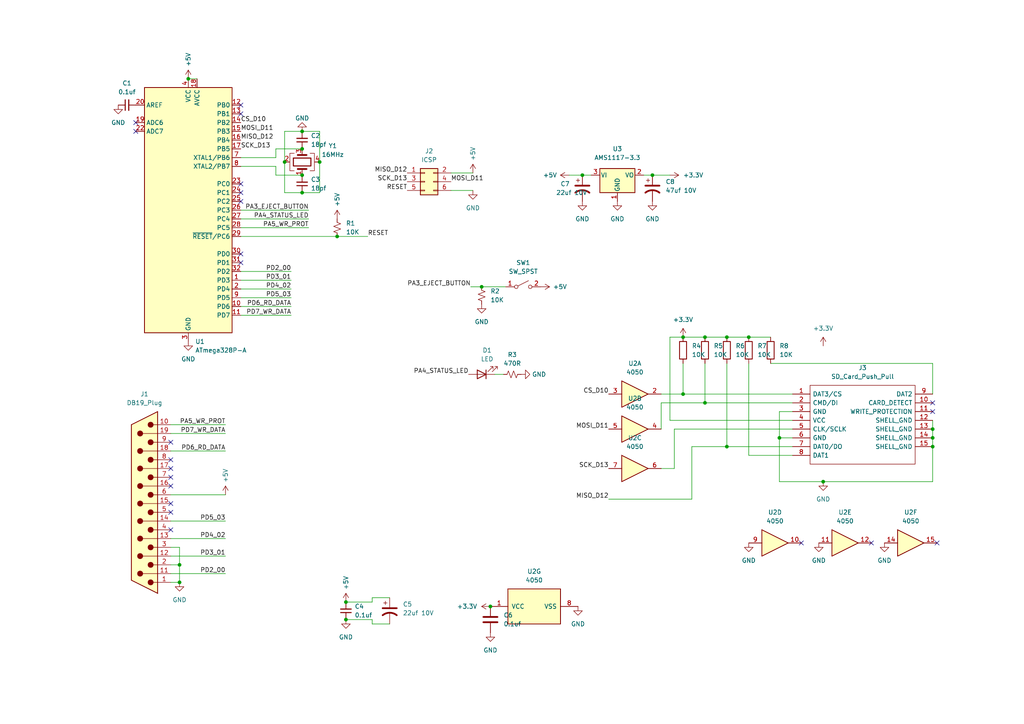
<source format=kicad_sch>
(kicad_sch (version 20230121) (generator eeschema)

  (uuid 163d4287-7276-444e-b8da-db04cfc3db51)

  (paper "A4")

  (title_block
    (title "SmartPortSD SMD")
    (date "2023-12-04")
    (rev "v1.0")
    (company "Chris Tersteeg")
  )

  (lib_symbols
    (symbol "4xxx:4050" (pin_names (offset 1.016)) (in_bom yes) (on_board yes)
      (property "Reference" "U" (at 0 1.27 0)
        (effects (font (size 1.27 1.27)))
      )
      (property "Value" "4050" (at 0 -1.27 0)
        (effects (font (size 1.27 1.27)))
      )
      (property "Footprint" "" (at 0 0 0)
        (effects (font (size 1.27 1.27)) hide)
      )
      (property "Datasheet" "http://www.intersil.com/content/dam/intersil/documents/cd40/cd4050bms.pdf" (at 0 0 0)
        (effects (font (size 1.27 1.27)) hide)
      )
      (property "ki_locked" "" (at 0 0 0)
        (effects (font (size 1.27 1.27)))
      )
      (property "ki_keywords" "CMOS BUFFER" (at 0 0 0)
        (effects (font (size 1.27 1.27)) hide)
      )
      (property "ki_description" "Hex Buffer" (at 0 0 0)
        (effects (font (size 1.27 1.27)) hide)
      )
      (property "ki_fp_filters" "DIP?16*" (at 0 0 0)
        (effects (font (size 1.27 1.27)) hide)
      )
      (symbol "4050_1_0"
        (polyline
          (pts
            (xy -3.81 3.81)
            (xy -3.81 -3.81)
            (xy 3.81 0)
            (xy -3.81 3.81)
          )
          (stroke (width 0.254) (type default))
          (fill (type background))
        )
        (pin output line (at 7.62 0 180) (length 3.81)
          (name "~" (effects (font (size 1.27 1.27))))
          (number "2" (effects (font (size 1.27 1.27))))
        )
        (pin input line (at -7.62 0 0) (length 3.81)
          (name "~" (effects (font (size 1.27 1.27))))
          (number "3" (effects (font (size 1.27 1.27))))
        )
      )
      (symbol "4050_2_0"
        (polyline
          (pts
            (xy -3.81 3.81)
            (xy -3.81 -3.81)
            (xy 3.81 0)
            (xy -3.81 3.81)
          )
          (stroke (width 0.254) (type default))
          (fill (type background))
        )
        (pin output line (at 7.62 0 180) (length 3.81)
          (name "~" (effects (font (size 1.27 1.27))))
          (number "4" (effects (font (size 1.27 1.27))))
        )
        (pin input line (at -7.62 0 0) (length 3.81)
          (name "~" (effects (font (size 1.27 1.27))))
          (number "5" (effects (font (size 1.27 1.27))))
        )
      )
      (symbol "4050_3_0"
        (polyline
          (pts
            (xy -3.81 3.81)
            (xy -3.81 -3.81)
            (xy 3.81 0)
            (xy -3.81 3.81)
          )
          (stroke (width 0.254) (type default))
          (fill (type background))
        )
        (pin output line (at 7.62 0 180) (length 3.81)
          (name "~" (effects (font (size 1.27 1.27))))
          (number "6" (effects (font (size 1.27 1.27))))
        )
        (pin input line (at -7.62 0 0) (length 3.81)
          (name "~" (effects (font (size 1.27 1.27))))
          (number "7" (effects (font (size 1.27 1.27))))
        )
      )
      (symbol "4050_4_0"
        (polyline
          (pts
            (xy -3.81 3.81)
            (xy -3.81 -3.81)
            (xy 3.81 0)
            (xy -3.81 3.81)
          )
          (stroke (width 0.254) (type default))
          (fill (type background))
        )
        (pin output line (at 7.62 0 180) (length 3.81)
          (name "~" (effects (font (size 1.27 1.27))))
          (number "10" (effects (font (size 1.27 1.27))))
        )
        (pin input line (at -7.62 0 0) (length 3.81)
          (name "~" (effects (font (size 1.27 1.27))))
          (number "9" (effects (font (size 1.27 1.27))))
        )
      )
      (symbol "4050_5_0"
        (polyline
          (pts
            (xy -3.81 3.81)
            (xy -3.81 -3.81)
            (xy 3.81 0)
            (xy -3.81 3.81)
          )
          (stroke (width 0.254) (type default))
          (fill (type background))
        )
        (pin input line (at -7.62 0 0) (length 3.81)
          (name "~" (effects (font (size 1.27 1.27))))
          (number "11" (effects (font (size 1.27 1.27))))
        )
        (pin output line (at 7.62 0 180) (length 3.81)
          (name "~" (effects (font (size 1.27 1.27))))
          (number "12" (effects (font (size 1.27 1.27))))
        )
      )
      (symbol "4050_6_0"
        (polyline
          (pts
            (xy -3.81 3.81)
            (xy -3.81 -3.81)
            (xy 3.81 0)
            (xy -3.81 3.81)
          )
          (stroke (width 0.254) (type default))
          (fill (type background))
        )
        (pin input line (at -7.62 0 0) (length 3.81)
          (name "~" (effects (font (size 1.27 1.27))))
          (number "14" (effects (font (size 1.27 1.27))))
        )
        (pin output line (at 7.62 0 180) (length 3.81)
          (name "~" (effects (font (size 1.27 1.27))))
          (number "15" (effects (font (size 1.27 1.27))))
        )
      )
      (symbol "4050_7_0"
        (pin power_in line (at 0 12.7 270) (length 5.08)
          (name "VCC" (effects (font (size 1.27 1.27))))
          (number "1" (effects (font (size 1.27 1.27))))
        )
        (pin power_in line (at 0 -12.7 90) (length 5.08)
          (name "VSS" (effects (font (size 1.27 1.27))))
          (number "8" (effects (font (size 1.27 1.27))))
        )
      )
      (symbol "4050_7_1"
        (rectangle (start -5.08 7.62) (end 5.08 -7.62)
          (stroke (width 0.254) (type default))
          (fill (type background))
        )
      )
    )
    (symbol "Connector_Generic:Conn_02x03_Odd_Even" (pin_names (offset 1.016) hide) (in_bom yes) (on_board yes)
      (property "Reference" "J" (at 1.27 5.08 0)
        (effects (font (size 1.27 1.27)))
      )
      (property "Value" "Conn_02x03_Odd_Even" (at 1.27 -5.08 0)
        (effects (font (size 1.27 1.27)))
      )
      (property "Footprint" "" (at 0 0 0)
        (effects (font (size 1.27 1.27)) hide)
      )
      (property "Datasheet" "~" (at 0 0 0)
        (effects (font (size 1.27 1.27)) hide)
      )
      (property "ki_keywords" "connector" (at 0 0 0)
        (effects (font (size 1.27 1.27)) hide)
      )
      (property "ki_description" "Generic connector, double row, 02x03, odd/even pin numbering scheme (row 1 odd numbers, row 2 even numbers), script generated (kicad-library-utils/schlib/autogen/connector/)" (at 0 0 0)
        (effects (font (size 1.27 1.27)) hide)
      )
      (property "ki_fp_filters" "Connector*:*_2x??_*" (at 0 0 0)
        (effects (font (size 1.27 1.27)) hide)
      )
      (symbol "Conn_02x03_Odd_Even_1_1"
        (rectangle (start -1.27 -2.413) (end 0 -2.667)
          (stroke (width 0.1524) (type default))
          (fill (type none))
        )
        (rectangle (start -1.27 0.127) (end 0 -0.127)
          (stroke (width 0.1524) (type default))
          (fill (type none))
        )
        (rectangle (start -1.27 2.667) (end 0 2.413)
          (stroke (width 0.1524) (type default))
          (fill (type none))
        )
        (rectangle (start -1.27 3.81) (end 3.81 -3.81)
          (stroke (width 0.254) (type default))
          (fill (type background))
        )
        (rectangle (start 3.81 -2.413) (end 2.54 -2.667)
          (stroke (width 0.1524) (type default))
          (fill (type none))
        )
        (rectangle (start 3.81 0.127) (end 2.54 -0.127)
          (stroke (width 0.1524) (type default))
          (fill (type none))
        )
        (rectangle (start 3.81 2.667) (end 2.54 2.413)
          (stroke (width 0.1524) (type default))
          (fill (type none))
        )
        (pin passive line (at -5.08 2.54 0) (length 3.81)
          (name "Pin_1" (effects (font (size 1.27 1.27))))
          (number "1" (effects (font (size 1.27 1.27))))
        )
        (pin passive line (at 7.62 2.54 180) (length 3.81)
          (name "Pin_2" (effects (font (size 1.27 1.27))))
          (number "2" (effects (font (size 1.27 1.27))))
        )
        (pin passive line (at -5.08 0 0) (length 3.81)
          (name "Pin_3" (effects (font (size 1.27 1.27))))
          (number "3" (effects (font (size 1.27 1.27))))
        )
        (pin passive line (at 7.62 0 180) (length 3.81)
          (name "Pin_4" (effects (font (size 1.27 1.27))))
          (number "4" (effects (font (size 1.27 1.27))))
        )
        (pin passive line (at -5.08 -2.54 0) (length 3.81)
          (name "Pin_5" (effects (font (size 1.27 1.27))))
          (number "5" (effects (font (size 1.27 1.27))))
        )
        (pin passive line (at 7.62 -2.54 180) (length 3.81)
          (name "Pin_6" (effects (font (size 1.27 1.27))))
          (number "6" (effects (font (size 1.27 1.27))))
        )
      )
    )
    (symbol "Device:C" (pin_numbers hide) (pin_names (offset 0.254)) (in_bom yes) (on_board yes)
      (property "Reference" "C" (at 0.635 2.54 0)
        (effects (font (size 1.27 1.27)) (justify left))
      )
      (property "Value" "C" (at 0.635 -2.54 0)
        (effects (font (size 1.27 1.27)) (justify left))
      )
      (property "Footprint" "" (at 0.9652 -3.81 0)
        (effects (font (size 1.27 1.27)) hide)
      )
      (property "Datasheet" "~" (at 0 0 0)
        (effects (font (size 1.27 1.27)) hide)
      )
      (property "ki_keywords" "cap capacitor" (at 0 0 0)
        (effects (font (size 1.27 1.27)) hide)
      )
      (property "ki_description" "Unpolarized capacitor" (at 0 0 0)
        (effects (font (size 1.27 1.27)) hide)
      )
      (property "ki_fp_filters" "C_*" (at 0 0 0)
        (effects (font (size 1.27 1.27)) hide)
      )
      (symbol "C_0_1"
        (polyline
          (pts
            (xy -2.032 -0.762)
            (xy 2.032 -0.762)
          )
          (stroke (width 0.508) (type default))
          (fill (type none))
        )
        (polyline
          (pts
            (xy -2.032 0.762)
            (xy 2.032 0.762)
          )
          (stroke (width 0.508) (type default))
          (fill (type none))
        )
      )
      (symbol "C_1_1"
        (pin passive line (at 0 3.81 270) (length 2.794)
          (name "~" (effects (font (size 1.27 1.27))))
          (number "1" (effects (font (size 1.27 1.27))))
        )
        (pin passive line (at 0 -3.81 90) (length 2.794)
          (name "~" (effects (font (size 1.27 1.27))))
          (number "2" (effects (font (size 1.27 1.27))))
        )
      )
    )
    (symbol "Device:C_Polarized_US" (pin_numbers hide) (pin_names (offset 0.254) hide) (in_bom yes) (on_board yes)
      (property "Reference" "C" (at 0.635 2.54 0)
        (effects (font (size 1.27 1.27)) (justify left))
      )
      (property "Value" "C_Polarized_US" (at 0.635 -2.54 0)
        (effects (font (size 1.27 1.27)) (justify left))
      )
      (property "Footprint" "" (at 0 0 0)
        (effects (font (size 1.27 1.27)) hide)
      )
      (property "Datasheet" "~" (at 0 0 0)
        (effects (font (size 1.27 1.27)) hide)
      )
      (property "ki_keywords" "cap capacitor" (at 0 0 0)
        (effects (font (size 1.27 1.27)) hide)
      )
      (property "ki_description" "Polarized capacitor, US symbol" (at 0 0 0)
        (effects (font (size 1.27 1.27)) hide)
      )
      (property "ki_fp_filters" "CP_*" (at 0 0 0)
        (effects (font (size 1.27 1.27)) hide)
      )
      (symbol "C_Polarized_US_0_1"
        (polyline
          (pts
            (xy -2.032 0.762)
            (xy 2.032 0.762)
          )
          (stroke (width 0.508) (type default))
          (fill (type none))
        )
        (polyline
          (pts
            (xy -1.778 2.286)
            (xy -0.762 2.286)
          )
          (stroke (width 0) (type default))
          (fill (type none))
        )
        (polyline
          (pts
            (xy -1.27 1.778)
            (xy -1.27 2.794)
          )
          (stroke (width 0) (type default))
          (fill (type none))
        )
        (arc (start 2.032 -1.27) (mid 0 -0.5572) (end -2.032 -1.27)
          (stroke (width 0.508) (type default))
          (fill (type none))
        )
      )
      (symbol "C_Polarized_US_1_1"
        (pin passive line (at 0 3.81 270) (length 2.794)
          (name "~" (effects (font (size 1.27 1.27))))
          (number "1" (effects (font (size 1.27 1.27))))
        )
        (pin passive line (at 0 -3.81 90) (length 3.302)
          (name "~" (effects (font (size 1.27 1.27))))
          (number "2" (effects (font (size 1.27 1.27))))
        )
      )
    )
    (symbol "Device:C_Small" (pin_numbers hide) (pin_names (offset 0.254) hide) (in_bom yes) (on_board yes)
      (property "Reference" "C" (at 0.254 1.778 0)
        (effects (font (size 1.27 1.27)) (justify left))
      )
      (property "Value" "C_Small" (at 0.254 -2.032 0)
        (effects (font (size 1.27 1.27)) (justify left))
      )
      (property "Footprint" "" (at 0 0 0)
        (effects (font (size 1.27 1.27)) hide)
      )
      (property "Datasheet" "~" (at 0 0 0)
        (effects (font (size 1.27 1.27)) hide)
      )
      (property "ki_keywords" "capacitor cap" (at 0 0 0)
        (effects (font (size 1.27 1.27)) hide)
      )
      (property "ki_description" "Unpolarized capacitor, small symbol" (at 0 0 0)
        (effects (font (size 1.27 1.27)) hide)
      )
      (property "ki_fp_filters" "C_*" (at 0 0 0)
        (effects (font (size 1.27 1.27)) hide)
      )
      (symbol "C_Small_0_1"
        (polyline
          (pts
            (xy -1.524 -0.508)
            (xy 1.524 -0.508)
          )
          (stroke (width 0.3302) (type default))
          (fill (type none))
        )
        (polyline
          (pts
            (xy -1.524 0.508)
            (xy 1.524 0.508)
          )
          (stroke (width 0.3048) (type default))
          (fill (type none))
        )
      )
      (symbol "C_Small_1_1"
        (pin passive line (at 0 2.54 270) (length 2.032)
          (name "~" (effects (font (size 1.27 1.27))))
          (number "1" (effects (font (size 1.27 1.27))))
        )
        (pin passive line (at 0 -2.54 90) (length 2.032)
          (name "~" (effects (font (size 1.27 1.27))))
          (number "2" (effects (font (size 1.27 1.27))))
        )
      )
    )
    (symbol "Device:Crystal_GND24" (pin_names (offset 1.016) hide) (in_bom yes) (on_board yes)
      (property "Reference" "Y" (at 3.175 5.08 0)
        (effects (font (size 1.27 1.27)) (justify left))
      )
      (property "Value" "Crystal_GND24" (at 3.175 3.175 0)
        (effects (font (size 1.27 1.27)) (justify left))
      )
      (property "Footprint" "" (at 0 0 0)
        (effects (font (size 1.27 1.27)) hide)
      )
      (property "Datasheet" "~" (at 0 0 0)
        (effects (font (size 1.27 1.27)) hide)
      )
      (property "ki_keywords" "quartz ceramic resonator oscillator" (at 0 0 0)
        (effects (font (size 1.27 1.27)) hide)
      )
      (property "ki_description" "Four pin crystal, GND on pins 2 and 4" (at 0 0 0)
        (effects (font (size 1.27 1.27)) hide)
      )
      (property "ki_fp_filters" "Crystal*" (at 0 0 0)
        (effects (font (size 1.27 1.27)) hide)
      )
      (symbol "Crystal_GND24_0_1"
        (rectangle (start -1.143 2.54) (end 1.143 -2.54)
          (stroke (width 0.3048) (type default))
          (fill (type none))
        )
        (polyline
          (pts
            (xy -2.54 0)
            (xy -2.032 0)
          )
          (stroke (width 0) (type default))
          (fill (type none))
        )
        (polyline
          (pts
            (xy -2.032 -1.27)
            (xy -2.032 1.27)
          )
          (stroke (width 0.508) (type default))
          (fill (type none))
        )
        (polyline
          (pts
            (xy 0 -3.81)
            (xy 0 -3.556)
          )
          (stroke (width 0) (type default))
          (fill (type none))
        )
        (polyline
          (pts
            (xy 0 3.556)
            (xy 0 3.81)
          )
          (stroke (width 0) (type default))
          (fill (type none))
        )
        (polyline
          (pts
            (xy 2.032 -1.27)
            (xy 2.032 1.27)
          )
          (stroke (width 0.508) (type default))
          (fill (type none))
        )
        (polyline
          (pts
            (xy 2.032 0)
            (xy 2.54 0)
          )
          (stroke (width 0) (type default))
          (fill (type none))
        )
        (polyline
          (pts
            (xy -2.54 -2.286)
            (xy -2.54 -3.556)
            (xy 2.54 -3.556)
            (xy 2.54 -2.286)
          )
          (stroke (width 0) (type default))
          (fill (type none))
        )
        (polyline
          (pts
            (xy -2.54 2.286)
            (xy -2.54 3.556)
            (xy 2.54 3.556)
            (xy 2.54 2.286)
          )
          (stroke (width 0) (type default))
          (fill (type none))
        )
      )
      (symbol "Crystal_GND24_1_1"
        (pin passive line (at -3.81 0 0) (length 1.27)
          (name "1" (effects (font (size 1.27 1.27))))
          (number "1" (effects (font (size 1.27 1.27))))
        )
        (pin passive line (at 0 5.08 270) (length 1.27)
          (name "2" (effects (font (size 1.27 1.27))))
          (number "2" (effects (font (size 1.27 1.27))))
        )
        (pin passive line (at 3.81 0 180) (length 1.27)
          (name "3" (effects (font (size 1.27 1.27))))
          (number "3" (effects (font (size 1.27 1.27))))
        )
        (pin passive line (at 0 -5.08 90) (length 1.27)
          (name "4" (effects (font (size 1.27 1.27))))
          (number "4" (effects (font (size 1.27 1.27))))
        )
      )
    )
    (symbol "Device:LED" (pin_numbers hide) (pin_names (offset 1.016) hide) (in_bom yes) (on_board yes)
      (property "Reference" "D" (at 0 2.54 0)
        (effects (font (size 1.27 1.27)))
      )
      (property "Value" "LED" (at 0 -2.54 0)
        (effects (font (size 1.27 1.27)))
      )
      (property "Footprint" "" (at 0 0 0)
        (effects (font (size 1.27 1.27)) hide)
      )
      (property "Datasheet" "~" (at 0 0 0)
        (effects (font (size 1.27 1.27)) hide)
      )
      (property "ki_keywords" "LED diode" (at 0 0 0)
        (effects (font (size 1.27 1.27)) hide)
      )
      (property "ki_description" "Light emitting diode" (at 0 0 0)
        (effects (font (size 1.27 1.27)) hide)
      )
      (property "ki_fp_filters" "LED* LED_SMD:* LED_THT:*" (at 0 0 0)
        (effects (font (size 1.27 1.27)) hide)
      )
      (symbol "LED_0_1"
        (polyline
          (pts
            (xy -1.27 -1.27)
            (xy -1.27 1.27)
          )
          (stroke (width 0.254) (type default))
          (fill (type none))
        )
        (polyline
          (pts
            (xy -1.27 0)
            (xy 1.27 0)
          )
          (stroke (width 0) (type default))
          (fill (type none))
        )
        (polyline
          (pts
            (xy 1.27 -1.27)
            (xy 1.27 1.27)
            (xy -1.27 0)
            (xy 1.27 -1.27)
          )
          (stroke (width 0.254) (type default))
          (fill (type none))
        )
        (polyline
          (pts
            (xy -3.048 -0.762)
            (xy -4.572 -2.286)
            (xy -3.81 -2.286)
            (xy -4.572 -2.286)
            (xy -4.572 -1.524)
          )
          (stroke (width 0) (type default))
          (fill (type none))
        )
        (polyline
          (pts
            (xy -1.778 -0.762)
            (xy -3.302 -2.286)
            (xy -2.54 -2.286)
            (xy -3.302 -2.286)
            (xy -3.302 -1.524)
          )
          (stroke (width 0) (type default))
          (fill (type none))
        )
      )
      (symbol "LED_1_1"
        (pin passive line (at -3.81 0 0) (length 2.54)
          (name "K" (effects (font (size 1.27 1.27))))
          (number "1" (effects (font (size 1.27 1.27))))
        )
        (pin passive line (at 3.81 0 180) (length 2.54)
          (name "A" (effects (font (size 1.27 1.27))))
          (number "2" (effects (font (size 1.27 1.27))))
        )
      )
    )
    (symbol "Device:R" (pin_numbers hide) (pin_names (offset 0)) (in_bom yes) (on_board yes)
      (property "Reference" "R" (at 2.032 0 90)
        (effects (font (size 1.27 1.27)))
      )
      (property "Value" "R" (at 0 0 90)
        (effects (font (size 1.27 1.27)))
      )
      (property "Footprint" "" (at -1.778 0 90)
        (effects (font (size 1.27 1.27)) hide)
      )
      (property "Datasheet" "~" (at 0 0 0)
        (effects (font (size 1.27 1.27)) hide)
      )
      (property "ki_keywords" "R res resistor" (at 0 0 0)
        (effects (font (size 1.27 1.27)) hide)
      )
      (property "ki_description" "Resistor" (at 0 0 0)
        (effects (font (size 1.27 1.27)) hide)
      )
      (property "ki_fp_filters" "R_*" (at 0 0 0)
        (effects (font (size 1.27 1.27)) hide)
      )
      (symbol "R_0_1"
        (rectangle (start -1.016 -2.54) (end 1.016 2.54)
          (stroke (width 0.254) (type default))
          (fill (type none))
        )
      )
      (symbol "R_1_1"
        (pin passive line (at 0 3.81 270) (length 1.27)
          (name "~" (effects (font (size 1.27 1.27))))
          (number "1" (effects (font (size 1.27 1.27))))
        )
        (pin passive line (at 0 -3.81 90) (length 1.27)
          (name "~" (effects (font (size 1.27 1.27))))
          (number "2" (effects (font (size 1.27 1.27))))
        )
      )
    )
    (symbol "Device:R_Small_US" (pin_numbers hide) (pin_names (offset 0.254) hide) (in_bom yes) (on_board yes)
      (property "Reference" "R" (at 0.762 0.508 0)
        (effects (font (size 1.27 1.27)) (justify left))
      )
      (property "Value" "R_Small_US" (at 0.762 -1.016 0)
        (effects (font (size 1.27 1.27)) (justify left))
      )
      (property "Footprint" "" (at 0 0 0)
        (effects (font (size 1.27 1.27)) hide)
      )
      (property "Datasheet" "~" (at 0 0 0)
        (effects (font (size 1.27 1.27)) hide)
      )
      (property "ki_keywords" "r resistor" (at 0 0 0)
        (effects (font (size 1.27 1.27)) hide)
      )
      (property "ki_description" "Resistor, small US symbol" (at 0 0 0)
        (effects (font (size 1.27 1.27)) hide)
      )
      (property "ki_fp_filters" "R_*" (at 0 0 0)
        (effects (font (size 1.27 1.27)) hide)
      )
      (symbol "R_Small_US_1_1"
        (polyline
          (pts
            (xy 0 0)
            (xy 1.016 -0.381)
            (xy 0 -0.762)
            (xy -1.016 -1.143)
            (xy 0 -1.524)
          )
          (stroke (width 0) (type default))
          (fill (type none))
        )
        (polyline
          (pts
            (xy 0 1.524)
            (xy 1.016 1.143)
            (xy 0 0.762)
            (xy -1.016 0.381)
            (xy 0 0)
          )
          (stroke (width 0) (type default))
          (fill (type none))
        )
        (pin passive line (at 0 2.54 270) (length 1.016)
          (name "~" (effects (font (size 1.27 1.27))))
          (number "1" (effects (font (size 1.27 1.27))))
        )
        (pin passive line (at 0 -2.54 90) (length 1.016)
          (name "~" (effects (font (size 1.27 1.27))))
          (number "2" (effects (font (size 1.27 1.27))))
        )
      )
    )
    (symbol "GND_1" (power) (pin_names (offset 0)) (in_bom yes) (on_board yes)
      (property "Reference" "#PWR" (at 0 -6.35 0)
        (effects (font (size 1.27 1.27)) hide)
      )
      (property "Value" "GND_1" (at 0 -3.81 0)
        (effects (font (size 1.27 1.27)))
      )
      (property "Footprint" "" (at 0 0 0)
        (effects (font (size 1.27 1.27)) hide)
      )
      (property "Datasheet" "" (at 0 0 0)
        (effects (font (size 1.27 1.27)) hide)
      )
      (property "ki_keywords" "global power" (at 0 0 0)
        (effects (font (size 1.27 1.27)) hide)
      )
      (property "ki_description" "Power symbol creates a global label with name \"GND\" , ground" (at 0 0 0)
        (effects (font (size 1.27 1.27)) hide)
      )
      (symbol "GND_1_0_1"
        (polyline
          (pts
            (xy 0 0)
            (xy 0 -1.27)
            (xy 1.27 -1.27)
            (xy 0 -2.54)
            (xy -1.27 -1.27)
            (xy 0 -1.27)
          )
          (stroke (width 0) (type default))
          (fill (type none))
        )
      )
      (symbol "GND_1_1_1"
        (pin power_in line (at 0 0 270) (length 0) hide
          (name "GND" (effects (font (size 1.27 1.27))))
          (number "1" (effects (font (size 1.27 1.27))))
        )
      )
    )
    (symbol "MCU_Microchip_ATmega:ATmega328P-A" (in_bom yes) (on_board yes)
      (property "Reference" "U" (at -12.7 36.83 0)
        (effects (font (size 1.27 1.27)) (justify left bottom))
      )
      (property "Value" "ATmega328P-A" (at 2.54 -36.83 0)
        (effects (font (size 1.27 1.27)) (justify left top))
      )
      (property "Footprint" "Package_QFP:TQFP-32_7x7mm_P0.8mm" (at 0 0 0)
        (effects (font (size 1.27 1.27) italic) hide)
      )
      (property "Datasheet" "http://ww1.microchip.com/downloads/en/DeviceDoc/ATmega328_P%20AVR%20MCU%20with%20picoPower%20Technology%20Data%20Sheet%2040001984A.pdf" (at 0 0 0)
        (effects (font (size 1.27 1.27)) hide)
      )
      (property "ki_keywords" "AVR 8bit Microcontroller MegaAVR PicoPower" (at 0 0 0)
        (effects (font (size 1.27 1.27)) hide)
      )
      (property "ki_description" "20MHz, 32kB Flash, 2kB SRAM, 1kB EEPROM, TQFP-32" (at 0 0 0)
        (effects (font (size 1.27 1.27)) hide)
      )
      (property "ki_fp_filters" "TQFP*7x7mm*P0.8mm*" (at 0 0 0)
        (effects (font (size 1.27 1.27)) hide)
      )
      (symbol "ATmega328P-A_0_1"
        (rectangle (start -12.7 -35.56) (end 12.7 35.56)
          (stroke (width 0.254) (type default))
          (fill (type background))
        )
      )
      (symbol "ATmega328P-A_1_1"
        (pin bidirectional line (at 15.24 -20.32 180) (length 2.54)
          (name "PD3" (effects (font (size 1.27 1.27))))
          (number "1" (effects (font (size 1.27 1.27))))
        )
        (pin bidirectional line (at 15.24 -27.94 180) (length 2.54)
          (name "PD6" (effects (font (size 1.27 1.27))))
          (number "10" (effects (font (size 1.27 1.27))))
        )
        (pin bidirectional line (at 15.24 -30.48 180) (length 2.54)
          (name "PD7" (effects (font (size 1.27 1.27))))
          (number "11" (effects (font (size 1.27 1.27))))
        )
        (pin bidirectional line (at 15.24 30.48 180) (length 2.54)
          (name "PB0" (effects (font (size 1.27 1.27))))
          (number "12" (effects (font (size 1.27 1.27))))
        )
        (pin bidirectional line (at 15.24 27.94 180) (length 2.54)
          (name "PB1" (effects (font (size 1.27 1.27))))
          (number "13" (effects (font (size 1.27 1.27))))
        )
        (pin bidirectional line (at 15.24 25.4 180) (length 2.54)
          (name "PB2" (effects (font (size 1.27 1.27))))
          (number "14" (effects (font (size 1.27 1.27))))
        )
        (pin bidirectional line (at 15.24 22.86 180) (length 2.54)
          (name "PB3" (effects (font (size 1.27 1.27))))
          (number "15" (effects (font (size 1.27 1.27))))
        )
        (pin bidirectional line (at 15.24 20.32 180) (length 2.54)
          (name "PB4" (effects (font (size 1.27 1.27))))
          (number "16" (effects (font (size 1.27 1.27))))
        )
        (pin bidirectional line (at 15.24 17.78 180) (length 2.54)
          (name "PB5" (effects (font (size 1.27 1.27))))
          (number "17" (effects (font (size 1.27 1.27))))
        )
        (pin power_in line (at 2.54 38.1 270) (length 2.54)
          (name "AVCC" (effects (font (size 1.27 1.27))))
          (number "18" (effects (font (size 1.27 1.27))))
        )
        (pin input line (at -15.24 25.4 0) (length 2.54)
          (name "ADC6" (effects (font (size 1.27 1.27))))
          (number "19" (effects (font (size 1.27 1.27))))
        )
        (pin bidirectional line (at 15.24 -22.86 180) (length 2.54)
          (name "PD4" (effects (font (size 1.27 1.27))))
          (number "2" (effects (font (size 1.27 1.27))))
        )
        (pin passive line (at -15.24 30.48 0) (length 2.54)
          (name "AREF" (effects (font (size 1.27 1.27))))
          (number "20" (effects (font (size 1.27 1.27))))
        )
        (pin passive line (at 0 -38.1 90) (length 2.54) hide
          (name "GND" (effects (font (size 1.27 1.27))))
          (number "21" (effects (font (size 1.27 1.27))))
        )
        (pin input line (at -15.24 22.86 0) (length 2.54)
          (name "ADC7" (effects (font (size 1.27 1.27))))
          (number "22" (effects (font (size 1.27 1.27))))
        )
        (pin bidirectional line (at 15.24 7.62 180) (length 2.54)
          (name "PC0" (effects (font (size 1.27 1.27))))
          (number "23" (effects (font (size 1.27 1.27))))
        )
        (pin bidirectional line (at 15.24 5.08 180) (length 2.54)
          (name "PC1" (effects (font (size 1.27 1.27))))
          (number "24" (effects (font (size 1.27 1.27))))
        )
        (pin bidirectional line (at 15.24 2.54 180) (length 2.54)
          (name "PC2" (effects (font (size 1.27 1.27))))
          (number "25" (effects (font (size 1.27 1.27))))
        )
        (pin bidirectional line (at 15.24 0 180) (length 2.54)
          (name "PC3" (effects (font (size 1.27 1.27))))
          (number "26" (effects (font (size 1.27 1.27))))
        )
        (pin bidirectional line (at 15.24 -2.54 180) (length 2.54)
          (name "PC4" (effects (font (size 1.27 1.27))))
          (number "27" (effects (font (size 1.27 1.27))))
        )
        (pin bidirectional line (at 15.24 -5.08 180) (length 2.54)
          (name "PC5" (effects (font (size 1.27 1.27))))
          (number "28" (effects (font (size 1.27 1.27))))
        )
        (pin bidirectional line (at 15.24 -7.62 180) (length 2.54)
          (name "~{RESET}/PC6" (effects (font (size 1.27 1.27))))
          (number "29" (effects (font (size 1.27 1.27))))
        )
        (pin power_in line (at 0 -38.1 90) (length 2.54)
          (name "GND" (effects (font (size 1.27 1.27))))
          (number "3" (effects (font (size 1.27 1.27))))
        )
        (pin bidirectional line (at 15.24 -12.7 180) (length 2.54)
          (name "PD0" (effects (font (size 1.27 1.27))))
          (number "30" (effects (font (size 1.27 1.27))))
        )
        (pin bidirectional line (at 15.24 -15.24 180) (length 2.54)
          (name "PD1" (effects (font (size 1.27 1.27))))
          (number "31" (effects (font (size 1.27 1.27))))
        )
        (pin bidirectional line (at 15.24 -17.78 180) (length 2.54)
          (name "PD2" (effects (font (size 1.27 1.27))))
          (number "32" (effects (font (size 1.27 1.27))))
        )
        (pin power_in line (at 0 38.1 270) (length 2.54)
          (name "VCC" (effects (font (size 1.27 1.27))))
          (number "4" (effects (font (size 1.27 1.27))))
        )
        (pin passive line (at 0 -38.1 90) (length 2.54) hide
          (name "GND" (effects (font (size 1.27 1.27))))
          (number "5" (effects (font (size 1.27 1.27))))
        )
        (pin passive line (at 0 38.1 270) (length 2.54) hide
          (name "VCC" (effects (font (size 1.27 1.27))))
          (number "6" (effects (font (size 1.27 1.27))))
        )
        (pin bidirectional line (at 15.24 15.24 180) (length 2.54)
          (name "XTAL1/PB6" (effects (font (size 1.27 1.27))))
          (number "7" (effects (font (size 1.27 1.27))))
        )
        (pin bidirectional line (at 15.24 12.7 180) (length 2.54)
          (name "XTAL2/PB7" (effects (font (size 1.27 1.27))))
          (number "8" (effects (font (size 1.27 1.27))))
        )
        (pin bidirectional line (at 15.24 -25.4 180) (length 2.54)
          (name "PD5" (effects (font (size 1.27 1.27))))
          (number "9" (effects (font (size 1.27 1.27))))
        )
      )
    )
    (symbol "Regulator_Linear:AMS1117-3.3" (pin_names (offset 0.254)) (in_bom yes) (on_board yes)
      (property "Reference" "U" (at -3.81 3.175 0)
        (effects (font (size 1.27 1.27)))
      )
      (property "Value" "AMS1117-3.3" (at 0 3.175 0)
        (effects (font (size 1.27 1.27)) (justify left))
      )
      (property "Footprint" "Package_TO_SOT_SMD:SOT-223-3_TabPin2" (at 0 5.08 0)
        (effects (font (size 1.27 1.27)) hide)
      )
      (property "Datasheet" "http://www.advanced-monolithic.com/pdf/ds1117.pdf" (at 2.54 -6.35 0)
        (effects (font (size 1.27 1.27)) hide)
      )
      (property "ki_keywords" "linear regulator ldo fixed positive" (at 0 0 0)
        (effects (font (size 1.27 1.27)) hide)
      )
      (property "ki_description" "1A Low Dropout regulator, positive, 3.3V fixed output, SOT-223" (at 0 0 0)
        (effects (font (size 1.27 1.27)) hide)
      )
      (property "ki_fp_filters" "SOT?223*TabPin2*" (at 0 0 0)
        (effects (font (size 1.27 1.27)) hide)
      )
      (symbol "AMS1117-3.3_0_1"
        (rectangle (start -5.08 -5.08) (end 5.08 1.905)
          (stroke (width 0.254) (type default))
          (fill (type background))
        )
      )
      (symbol "AMS1117-3.3_1_1"
        (pin power_in line (at 0 -7.62 90) (length 2.54)
          (name "GND" (effects (font (size 1.27 1.27))))
          (number "1" (effects (font (size 1.27 1.27))))
        )
        (pin power_out line (at 7.62 0 180) (length 2.54)
          (name "VO" (effects (font (size 1.27 1.27))))
          (number "2" (effects (font (size 1.27 1.27))))
        )
        (pin power_in line (at -7.62 0 0) (length 2.54)
          (name "VI" (effects (font (size 1.27 1.27))))
          (number "3" (effects (font (size 1.27 1.27))))
        )
      )
    )
    (symbol "Switch:SW_SPST" (pin_names (offset 0) hide) (in_bom yes) (on_board yes)
      (property "Reference" "SW" (at 0 3.175 0)
        (effects (font (size 1.27 1.27)))
      )
      (property "Value" "SW_SPST" (at 0 -2.54 0)
        (effects (font (size 1.27 1.27)))
      )
      (property "Footprint" "" (at 0 0 0)
        (effects (font (size 1.27 1.27)) hide)
      )
      (property "Datasheet" "~" (at 0 0 0)
        (effects (font (size 1.27 1.27)) hide)
      )
      (property "ki_keywords" "switch lever" (at 0 0 0)
        (effects (font (size 1.27 1.27)) hide)
      )
      (property "ki_description" "Single Pole Single Throw (SPST) switch" (at 0 0 0)
        (effects (font (size 1.27 1.27)) hide)
      )
      (symbol "SW_SPST_0_0"
        (circle (center -2.032 0) (radius 0.508)
          (stroke (width 0) (type default))
          (fill (type none))
        )
        (polyline
          (pts
            (xy -1.524 0.254)
            (xy 1.524 1.778)
          )
          (stroke (width 0) (type default))
          (fill (type none))
        )
        (circle (center 2.032 0) (radius 0.508)
          (stroke (width 0) (type default))
          (fill (type none))
        )
      )
      (symbol "SW_SPST_1_1"
        (pin passive line (at -5.08 0 0) (length 2.54)
          (name "A" (effects (font (size 1.27 1.27))))
          (number "1" (effects (font (size 1.27 1.27))))
        )
        (pin passive line (at 5.08 0 180) (length 2.54)
          (name "B" (effects (font (size 1.27 1.27))))
          (number "2" (effects (font (size 1.27 1.27))))
        )
      )
    )
    (symbol "Tersteeg:DB19_Plug" (pin_names (offset 1.016) hide) (in_bom yes) (on_board yes)
      (property "Reference" "J" (at 0 34.29 0)
        (effects (font (size 1.27 1.27)))
      )
      (property "Value" "DB19_Plug" (at 1.27 -27.305 0)
        (effects (font (size 1.27 1.27)))
      )
      (property "Footprint" "" (at 1.27 7.62 0)
        (effects (font (size 1.27 1.27)) hide)
      )
      (property "Datasheet" " ~" (at 1.27 7.62 0)
        (effects (font (size 1.27 1.27)) hide)
      )
      (property "ki_keywords" "male plug D-SUB connector" (at 0 0 0)
        (effects (font (size 1.27 1.27)) hide)
      )
      (property "ki_description" "19-pin male plug pin D-SUB connector" (at 0 0 0)
        (effects (font (size 1.27 1.27)) hide)
      )
      (property "ki_fp_filters" "DSUB*Male*" (at 0 0 0)
        (effects (font (size 1.27 1.27)) hide)
      )
      (symbol "DB19_Plug_0_1"
        (circle (center -0.508 -22.86) (radius 0.762)
          (stroke (width 0) (type default))
          (fill (type outline))
        )
        (circle (center -0.508 -17.78) (radius 0.762)
          (stroke (width 0) (type default))
          (fill (type outline))
        )
        (circle (center -0.508 -12.7) (radius 0.762)
          (stroke (width 0) (type default))
          (fill (type outline))
        )
        (circle (center -0.508 -7.62) (radius 0.762)
          (stroke (width 0) (type default))
          (fill (type outline))
        )
        (circle (center -0.508 -2.54) (radius 0.762)
          (stroke (width 0) (type default))
          (fill (type outline))
        )
        (circle (center -0.508 2.54) (radius 0.762)
          (stroke (width 0) (type default))
          (fill (type outline))
        )
        (circle (center -0.508 7.62) (radius 0.762)
          (stroke (width 0) (type default))
          (fill (type outline))
        )
        (circle (center -0.508 12.7) (radius 0.762)
          (stroke (width 0) (type default))
          (fill (type outline))
        )
        (circle (center -0.508 17.78) (radius 0.762)
          (stroke (width 0) (type default))
          (fill (type outline))
        )
        (circle (center -0.508 22.86) (radius 0.762)
          (stroke (width 0) (type default))
          (fill (type outline))
        )
        (polyline
          (pts
            (xy -2.54 -22.86)
            (xy -1.27 -22.86)
          )
          (stroke (width 0) (type default))
          (fill (type none))
        )
        (polyline
          (pts
            (xy -2.54 -20.32)
            (xy 1.778 -20.32)
          )
          (stroke (width 0) (type default))
          (fill (type none))
        )
        (polyline
          (pts
            (xy -2.54 -17.78)
            (xy -1.27 -17.78)
          )
          (stroke (width 0) (type default))
          (fill (type none))
        )
        (polyline
          (pts
            (xy -2.54 -15.24)
            (xy 1.778 -15.24)
          )
          (stroke (width 0) (type default))
          (fill (type none))
        )
        (polyline
          (pts
            (xy -2.54 -12.7)
            (xy -1.27 -12.7)
          )
          (stroke (width 0) (type default))
          (fill (type none))
        )
        (polyline
          (pts
            (xy -2.54 -10.16)
            (xy 1.778 -10.16)
          )
          (stroke (width 0) (type default))
          (fill (type none))
        )
        (polyline
          (pts
            (xy -2.54 -7.62)
            (xy -1.27 -7.62)
          )
          (stroke (width 0) (type default))
          (fill (type none))
        )
        (polyline
          (pts
            (xy -2.54 -5.08)
            (xy 1.778 -5.08)
          )
          (stroke (width 0) (type default))
          (fill (type none))
        )
        (polyline
          (pts
            (xy -2.54 -2.54)
            (xy -1.27 -2.54)
          )
          (stroke (width 0) (type default))
          (fill (type none))
        )
        (polyline
          (pts
            (xy -2.54 0)
            (xy 1.778 0)
          )
          (stroke (width 0) (type default))
          (fill (type none))
        )
        (polyline
          (pts
            (xy -2.54 2.54)
            (xy -1.27 2.54)
          )
          (stroke (width 0) (type default))
          (fill (type none))
        )
        (polyline
          (pts
            (xy -2.54 5.08)
            (xy 1.778 5.08)
          )
          (stroke (width 0) (type default))
          (fill (type none))
        )
        (polyline
          (pts
            (xy -2.54 7.62)
            (xy -1.27 7.62)
          )
          (stroke (width 0) (type default))
          (fill (type none))
        )
        (polyline
          (pts
            (xy -2.54 10.16)
            (xy 1.778 10.16)
          )
          (stroke (width 0) (type default))
          (fill (type none))
        )
        (polyline
          (pts
            (xy -2.54 12.7)
            (xy -1.27 12.7)
          )
          (stroke (width 0) (type default))
          (fill (type none))
        )
        (polyline
          (pts
            (xy -2.54 15.24)
            (xy 1.778 15.24)
          )
          (stroke (width 0) (type default))
          (fill (type none))
        )
        (polyline
          (pts
            (xy -2.54 17.78)
            (xy -1.27 17.78)
          )
          (stroke (width 0) (type default))
          (fill (type none))
        )
        (polyline
          (pts
            (xy -2.54 20.32)
            (xy 1.778 20.32)
          )
          (stroke (width 0) (type default))
          (fill (type none))
        )
        (polyline
          (pts
            (xy -2.54 22.86)
            (xy -1.27 22.86)
          )
          (stroke (width 0) (type default))
          (fill (type none))
        )
        (polyline
          (pts
            (xy -2.54 -26.035)
            (xy 5.08 -22.225)
            (xy 5.08 22.86)
            (xy -2.54 26.67)
            (xy -2.54 -26.035)
          )
          (stroke (width 0.254) (type default))
          (fill (type background))
        )
        (circle (center 2.54 -20.32) (radius 0.762)
          (stroke (width 0) (type default))
          (fill (type outline))
        )
        (circle (center 2.54 -15.24) (radius 0.762)
          (stroke (width 0) (type default))
          (fill (type outline))
        )
        (circle (center 2.54 -10.16) (radius 0.762)
          (stroke (width 0) (type default))
          (fill (type outline))
        )
        (circle (center 2.54 -5.08) (radius 0.762)
          (stroke (width 0) (type default))
          (fill (type outline))
        )
        (circle (center 2.54 0) (radius 0.762)
          (stroke (width 0) (type default))
          (fill (type outline))
        )
        (circle (center 2.54 5.08) (radius 0.762)
          (stroke (width 0) (type default))
          (fill (type outline))
        )
        (circle (center 2.54 10.16) (radius 0.762)
          (stroke (width 0) (type default))
          (fill (type outline))
        )
        (circle (center 2.54 15.24) (radius 0.762)
          (stroke (width 0) (type default))
          (fill (type outline))
        )
        (circle (center 2.54 20.32) (radius 0.762)
          (stroke (width 0) (type default))
          (fill (type outline))
        )
      )
      (symbol "DB19_Plug_1_1"
        (pin passive line (at -6.35 -22.86 0) (length 3.81)
          (name "1" (effects (font (size 1.27 1.27))))
          (number "1" (effects (font (size 1.27 1.27))))
        )
        (pin passive line (at -6.35 22.86 0) (length 3.81)
          (name "10" (effects (font (size 1.27 1.27))))
          (number "10" (effects (font (size 1.27 1.27))))
        )
        (pin passive line (at -6.35 -20.32 0) (length 3.81)
          (name "P11" (effects (font (size 1.27 1.27))))
          (number "11" (effects (font (size 1.27 1.27))))
        )
        (pin passive line (at -6.35 -15.24 0) (length 3.81)
          (name "P12" (effects (font (size 1.27 1.27))))
          (number "12" (effects (font (size 1.27 1.27))))
        )
        (pin passive line (at -6.35 -10.16 0) (length 3.81)
          (name "P13" (effects (font (size 1.27 1.27))))
          (number "13" (effects (font (size 1.27 1.27))))
        )
        (pin passive line (at -6.35 -5.08 0) (length 3.81)
          (name "P14" (effects (font (size 1.27 1.27))))
          (number "14" (effects (font (size 1.27 1.27))))
        )
        (pin passive line (at -6.35 0 0) (length 3.81)
          (name "P15" (effects (font (size 1.27 1.27))))
          (number "15" (effects (font (size 1.27 1.27))))
        )
        (pin passive line (at -6.35 5.08 0) (length 3.81)
          (name "P16" (effects (font (size 1.27 1.27))))
          (number "16" (effects (font (size 1.27 1.27))))
        )
        (pin passive line (at -6.35 10.16 0) (length 3.81)
          (name "P17" (effects (font (size 1.27 1.27))))
          (number "17" (effects (font (size 1.27 1.27))))
        )
        (pin passive line (at -6.35 15.24 0) (length 3.81)
          (name "P18" (effects (font (size 1.27 1.27))))
          (number "18" (effects (font (size 1.27 1.27))))
        )
        (pin passive line (at -6.35 20.32 0) (length 3.81)
          (name "P19" (effects (font (size 1.27 1.27))))
          (number "19" (effects (font (size 1.27 1.27))))
        )
        (pin passive line (at -6.35 -17.78 0) (length 3.81)
          (name "2" (effects (font (size 1.27 1.27))))
          (number "2" (effects (font (size 1.27 1.27))))
        )
        (pin passive line (at -6.35 -12.7 0) (length 3.81)
          (name "3" (effects (font (size 1.27 1.27))))
          (number "3" (effects (font (size 1.27 1.27))))
        )
        (pin passive line (at -6.35 -7.62 0) (length 3.81)
          (name "4" (effects (font (size 1.27 1.27))))
          (number "4" (effects (font (size 1.27 1.27))))
        )
        (pin passive line (at -6.35 -2.54 0) (length 3.81)
          (name "5" (effects (font (size 1.27 1.27))))
          (number "5" (effects (font (size 1.27 1.27))))
        )
        (pin passive line (at -6.35 2.54 0) (length 3.81)
          (name "6" (effects (font (size 1.27 1.27))))
          (number "6" (effects (font (size 1.27 1.27))))
        )
        (pin passive line (at -6.35 7.62 0) (length 3.81)
          (name "7" (effects (font (size 1.27 1.27))))
          (number "7" (effects (font (size 1.27 1.27))))
        )
        (pin passive line (at -6.35 12.7 0) (length 3.81)
          (name "8" (effects (font (size 1.27 1.27))))
          (number "8" (effects (font (size 1.27 1.27))))
        )
        (pin passive line (at -6.35 17.78 0) (length 3.81)
          (name "9" (effects (font (size 1.27 1.27))))
          (number "9" (effects (font (size 1.27 1.27))))
        )
      )
    )
    (symbol "Tersteeg:SD_Card_Push_Pull" (pin_names (offset 0.762)) (in_bom yes) (on_board yes)
      (property "Reference" "J" (at 36.83 7.62 0)
        (effects (font (size 1.27 1.27)) (justify left))
      )
      (property "Value" "SD_Card_Push_Pull" (at 36.83 5.08 0)
        (effects (font (size 1.27 1.27)) (justify left))
      )
      (property "Footprint" "2041021-3_2" (at 73.66 -17.78 0)
        (effects (font (size 1.27 1.27)) (justify left) hide)
      )
      (property "Datasheet" "https://datasheet.datasheetarchive.com/originals/distributors/Datasheets_SAMA/4f8a8c1ba78c9bcb73e0b5e044406a5e.pdf" (at 7.62 -34.29 0)
        (effects (font (size 1.27 1.27)) (justify left) hide)
      )
      (property "Description" "SD card connector, SMT, push-pull SD card connector, SMT, push-pull" (at 15.24 -39.37 0)
        (effects (font (size 1.27 1.27)) (justify left) hide)
      )
      (property "Height" "" (at 36.83 -5.08 0)
        (effects (font (size 1.27 1.27)) (justify left) hide)
      )
      (property "Manufacturer_Name" "TE Connectivity" (at 76.2 -6.35 0)
        (effects (font (size 1.27 1.27)) (justify left) hide)
      )
      (property "Manufacturer_Part_Number" "2041021-3" (at 76.2 -8.89 0)
        (effects (font (size 1.27 1.27)) (justify left) hide)
      )
      (property "Mouser Part Number" "571-2041021-3" (at 73.66 -11.43 0)
        (effects (font (size 1.27 1.27)) (justify left) hide)
      )
      (property "Mouser Price/Stock" "https://www.mouser.co.uk/ProductDetail/TE-Connectivity/2041021-3?qs=TL6PIybY3BOH1TNXQsmliA%3D%3D" (at 12.7 -26.67 0)
        (effects (font (size 1.27 1.27)) (justify left) hide)
      )
      (property "Arrow Part Number" "2041021-3" (at 72.39 -13.97 0)
        (effects (font (size 1.27 1.27)) (justify left) hide)
      )
      (property "Arrow Price/Stock" "https://www.arrow.com/en/products/2041021-3/te-connectivity" (at 19.05 -30.48 0)
        (effects (font (size 1.27 1.27)) (justify left) hide)
      )
      (property "Mouser Testing Part Number" "" (at 36.83 -22.86 0)
        (effects (font (size 1.27 1.27)) (justify left) hide)
      )
      (property "Mouser Testing Price/Stock" "" (at 36.83 -25.4 0)
        (effects (font (size 1.27 1.27)) (justify left) hide)
      )
      (property "ki_description" "SD card connector, SMT, push-pull SD card connector, SMT, push-pull" (at 0 0 0)
        (effects (font (size 1.27 1.27)) hide)
      )
      (symbol "SD_Card_Push_Pull_0_0"
        (pin passive line (at 0 0 0) (length 5.08)
          (name "DAT3/CS" (effects (font (size 1.27 1.27))))
          (number "1" (effects (font (size 1.27 1.27))))
        )
        (pin passive line (at 40.64 -2.54 180) (length 5.08)
          (name "CARD_DETECT" (effects (font (size 1.27 1.27))))
          (number "10" (effects (font (size 1.27 1.27))))
        )
        (pin passive line (at 40.64 -5.08 180) (length 5.08)
          (name "WRITE_PROTECTION" (effects (font (size 1.27 1.27))))
          (number "11" (effects (font (size 1.27 1.27))))
        )
        (pin passive line (at 40.64 -7.62 180) (length 5.08)
          (name "SHELL_GND" (effects (font (size 1.27 1.27))))
          (number "12" (effects (font (size 1.27 1.27))))
        )
        (pin passive line (at 40.64 -10.16 180) (length 5.08)
          (name "SHELL_GND" (effects (font (size 1.27 1.27))))
          (number "13" (effects (font (size 1.27 1.27))))
        )
        (pin passive line (at 40.64 -12.7 180) (length 5.08)
          (name "SHELL_GND" (effects (font (size 1.27 1.27))))
          (number "14" (effects (font (size 1.27 1.27))))
        )
        (pin passive line (at 40.64 -15.24 180) (length 5.08)
          (name "SHELL_GND" (effects (font (size 1.27 1.27))))
          (number "15" (effects (font (size 1.27 1.27))))
        )
        (pin passive line (at 0 -2.54 0) (length 5.08)
          (name "CMD/DI" (effects (font (size 1.27 1.27))))
          (number "2" (effects (font (size 1.27 1.27))))
        )
        (pin passive line (at 0 -5.08 0) (length 5.08)
          (name "GND" (effects (font (size 1.27 1.27))))
          (number "3" (effects (font (size 1.27 1.27))))
        )
        (pin passive line (at 0 -7.62 0) (length 5.08)
          (name "VCC" (effects (font (size 1.27 1.27))))
          (number "4" (effects (font (size 1.27 1.27))))
        )
        (pin passive line (at 0 -10.16 0) (length 5.08)
          (name "CLK/SCLK" (effects (font (size 1.27 1.27))))
          (number "5" (effects (font (size 1.27 1.27))))
        )
        (pin passive line (at 0 -12.7 0) (length 5.08)
          (name "GND" (effects (font (size 1.27 1.27))))
          (number "6" (effects (font (size 1.27 1.27))))
        )
        (pin passive line (at 0 -15.24 0) (length 5.08)
          (name "DAT0/DO" (effects (font (size 1.27 1.27))))
          (number "7" (effects (font (size 1.27 1.27))))
        )
        (pin passive line (at 0 -17.78 0) (length 5.08)
          (name "DAT1" (effects (font (size 1.27 1.27))))
          (number "8" (effects (font (size 1.27 1.27))))
        )
        (pin passive line (at 40.64 0 180) (length 5.08)
          (name "DAT2" (effects (font (size 1.27 1.27))))
          (number "9" (effects (font (size 1.27 1.27))))
        )
      )
      (symbol "SD_Card_Push_Pull_0_1"
        (polyline
          (pts
            (xy 5.08 2.54)
            (xy 35.56 2.54)
            (xy 35.56 -20.32)
            (xy 5.08 -20.32)
            (xy 5.08 2.54)
          )
          (stroke (width 0.1524) (type default))
          (fill (type none))
        )
      )
    )
    (symbol "power:+3.3V" (power) (pin_names (offset 0)) (in_bom yes) (on_board yes)
      (property "Reference" "#PWR" (at 0 -3.81 0)
        (effects (font (size 1.27 1.27)) hide)
      )
      (property "Value" "+3.3V" (at 0 3.556 0)
        (effects (font (size 1.27 1.27)))
      )
      (property "Footprint" "" (at 0 0 0)
        (effects (font (size 1.27 1.27)) hide)
      )
      (property "Datasheet" "" (at 0 0 0)
        (effects (font (size 1.27 1.27)) hide)
      )
      (property "ki_keywords" "power-flag" (at 0 0 0)
        (effects (font (size 1.27 1.27)) hide)
      )
      (property "ki_description" "Power symbol creates a global label with name \"+3.3V\"" (at 0 0 0)
        (effects (font (size 1.27 1.27)) hide)
      )
      (symbol "+3.3V_0_1"
        (polyline
          (pts
            (xy -0.762 1.27)
            (xy 0 2.54)
          )
          (stroke (width 0) (type default))
          (fill (type none))
        )
        (polyline
          (pts
            (xy 0 0)
            (xy 0 2.54)
          )
          (stroke (width 0) (type default))
          (fill (type none))
        )
        (polyline
          (pts
            (xy 0 2.54)
            (xy 0.762 1.27)
          )
          (stroke (width 0) (type default))
          (fill (type none))
        )
      )
      (symbol "+3.3V_1_1"
        (pin power_in line (at 0 0 90) (length 0) hide
          (name "+3.3V" (effects (font (size 1.27 1.27))))
          (number "1" (effects (font (size 1.27 1.27))))
        )
      )
    )
    (symbol "power:+5V" (power) (pin_names (offset 0)) (in_bom yes) (on_board yes)
      (property "Reference" "#PWR" (at 0 -3.81 0)
        (effects (font (size 1.27 1.27)) hide)
      )
      (property "Value" "+5V" (at 0 3.556 0)
        (effects (font (size 1.27 1.27)))
      )
      (property "Footprint" "" (at 0 0 0)
        (effects (font (size 1.27 1.27)) hide)
      )
      (property "Datasheet" "" (at 0 0 0)
        (effects (font (size 1.27 1.27)) hide)
      )
      (property "ki_keywords" "power-flag" (at 0 0 0)
        (effects (font (size 1.27 1.27)) hide)
      )
      (property "ki_description" "Power symbol creates a global label with name \"+5V\"" (at 0 0 0)
        (effects (font (size 1.27 1.27)) hide)
      )
      (symbol "+5V_0_1"
        (polyline
          (pts
            (xy -0.762 1.27)
            (xy 0 2.54)
          )
          (stroke (width 0) (type default))
          (fill (type none))
        )
        (polyline
          (pts
            (xy 0 0)
            (xy 0 2.54)
          )
          (stroke (width 0) (type default))
          (fill (type none))
        )
        (polyline
          (pts
            (xy 0 2.54)
            (xy 0.762 1.27)
          )
          (stroke (width 0) (type default))
          (fill (type none))
        )
      )
      (symbol "+5V_1_1"
        (pin power_in line (at 0 0 90) (length 0) hide
          (name "+5V" (effects (font (size 1.27 1.27))))
          (number "1" (effects (font (size 1.27 1.27))))
        )
      )
    )
    (symbol "power:GND" (power) (pin_names (offset 0)) (in_bom yes) (on_board yes)
      (property "Reference" "#PWR" (at 0 -6.35 0)
        (effects (font (size 1.27 1.27)) hide)
      )
      (property "Value" "GND" (at 0 -3.81 0)
        (effects (font (size 1.27 1.27)))
      )
      (property "Footprint" "" (at 0 0 0)
        (effects (font (size 1.27 1.27)) hide)
      )
      (property "Datasheet" "" (at 0 0 0)
        (effects (font (size 1.27 1.27)) hide)
      )
      (property "ki_keywords" "power-flag" (at 0 0 0)
        (effects (font (size 1.27 1.27)) hide)
      )
      (property "ki_description" "Power symbol creates a global label with name \"GND\" , ground" (at 0 0 0)
        (effects (font (size 1.27 1.27)) hide)
      )
      (symbol "GND_0_1"
        (polyline
          (pts
            (xy 0 0)
            (xy 0 -1.27)
            (xy 1.27 -1.27)
            (xy 0 -2.54)
            (xy -1.27 -1.27)
            (xy 0 -1.27)
          )
          (stroke (width 0) (type default))
          (fill (type none))
        )
      )
      (symbol "GND_1_1"
        (pin power_in line (at 0 0 270) (length 0) hide
          (name "GND" (effects (font (size 1.27 1.27))))
          (number "1" (effects (font (size 1.27 1.27))))
        )
      )
    )
  )

  (junction (at 87.63 50.8) (diameter 0) (color 0 0 0 0)
    (uuid 0ecfbde5-2dc4-48f2-a672-7f3384a9c6b9)
  )
  (junction (at 52.07 163.83) (diameter 0) (color 0 0 0 0)
    (uuid 1ad9d125-3f10-4c24-b4bb-cdc8bf325a2f)
  )
  (junction (at 142.24 175.895) (diameter 0) (color 0 0 0 0)
    (uuid 1b5bf63d-aa82-4295-b1e0-5ccf632836c2)
  )
  (junction (at 54.61 22.86) (diameter 0) (color 0 0 0 0)
    (uuid 218cedc5-885c-492a-b3b4-4914b70e41a0)
  )
  (junction (at 87.63 55.88) (diameter 0) (color 0 0 0 0)
    (uuid 2aeec53f-3d0c-4ba1-b073-ad63c4500b00)
  )
  (junction (at 100.33 179.705) (diameter 0) (color 0 0 0 0)
    (uuid 333d8f0a-037c-4b54-829f-2580c2267e4e)
  )
  (junction (at 217.17 97.79) (diameter 0) (color 0 0 0 0)
    (uuid 3456e801-b07d-406f-b3cc-99f06043c865)
  )
  (junction (at 189.23 50.8) (diameter 0) (color 0 0 0 0)
    (uuid 354095e0-13c6-4dd5-829d-f96a245b43b3)
  )
  (junction (at 210.82 97.79) (diameter 0) (color 0 0 0 0)
    (uuid 43920e82-42ab-4ae6-81dd-6db28f85f6e2)
  )
  (junction (at 87.63 43.18) (diameter 0) (color 0 0 0 0)
    (uuid 4e3eed0d-fcc3-4013-8c36-ff38e6539e41)
  )
  (junction (at 210.82 129.54) (diameter 0) (color 0 0 0 0)
    (uuid 4f0db569-a5a4-4fec-b9b5-b4b96951df94)
  )
  (junction (at 92.71 46.99) (diameter 0) (color 0 0 0 0)
    (uuid 55184989-f50f-44fe-9dd5-e856a1b7a349)
  )
  (junction (at 139.7 83.185) (diameter 0) (color 0 0 0 0)
    (uuid 5cf4e3cc-e1b4-40a0-b65b-55e0c2f9a0f0)
  )
  (junction (at 238.76 139.7) (diameter 0) (color 0 0 0 0)
    (uuid 67d14639-11ed-4173-b338-eb67222c3980)
  )
  (junction (at 97.79 68.58) (diameter 0) (color 0 0 0 0)
    (uuid 71bc3e73-1c36-4f15-9d76-a2c700a39264)
  )
  (junction (at 52.07 168.91) (diameter 0) (color 0 0 0 0)
    (uuid 77186ffa-5db8-42fe-8ec4-8d9aaa6db7f5)
  )
  (junction (at 198.12 97.79) (diameter 0) (color 0 0 0 0)
    (uuid 7a5ba421-1071-4968-a916-1e5530671596)
  )
  (junction (at 270.51 129.54) (diameter 0) (color 0 0 0 0)
    (uuid 80df71b9-57e2-4005-bbb4-7c475e8e345d)
  )
  (junction (at 204.47 97.79) (diameter 0) (color 0 0 0 0)
    (uuid 83f35d5b-b50f-49e6-b24b-0d3b6906646b)
  )
  (junction (at 100.33 174.625) (diameter 0) (color 0 0 0 0)
    (uuid 844bb130-ca42-4adf-9bd0-3538ffbc10e5)
  )
  (junction (at 198.12 114.3) (diameter 0) (color 0 0 0 0)
    (uuid 8b6e2793-2ff0-4f8a-9752-a951543253e0)
  )
  (junction (at 82.55 46.99) (diameter 0) (color 0 0 0 0)
    (uuid 8c19815c-cb7b-4563-96f6-27d3fee424c0)
  )
  (junction (at 168.91 50.8) (diameter 0) (color 0 0 0 0)
    (uuid 907e452d-0fa2-491f-9300-50739b979adb)
  )
  (junction (at 270.51 127) (diameter 0) (color 0 0 0 0)
    (uuid 9d5b96e8-95f3-494e-97c2-b44227d98945)
  )
  (junction (at 87.63 38.1) (diameter 0) (color 0 0 0 0)
    (uuid abcd5ea9-61bc-4dd1-8726-c8cc86a3c6a2)
  )
  (junction (at 226.06 127) (diameter 0) (color 0 0 0 0)
    (uuid cfbf4908-e0b0-442f-8e5f-25887af63cbb)
  )
  (junction (at 204.47 116.84) (diameter 0) (color 0 0 0 0)
    (uuid f0d1c257-02e1-47cc-828f-48104bc0ee7d)
  )
  (junction (at 270.51 124.46) (diameter 0) (color 0 0 0 0)
    (uuid f6b5641a-1337-4f37-a8af-30859ad66d90)
  )

  (no_connect (at 271.78 157.48) (uuid 01403461-a45c-4d30-beda-d6bac32cf044))
  (no_connect (at 252.73 157.48) (uuid 01403461-a45c-4d30-beda-d6bac32cf045))
  (no_connect (at 232.41 157.48) (uuid 01403461-a45c-4d30-beda-d6bac32cf046))
  (no_connect (at 270.51 119.38) (uuid 0622e304-f7de-489c-a59f-4eb817381ad4))
  (no_connect (at 49.53 146.05) (uuid 06faf32b-021b-48f1-a62b-86e194fca9d9))
  (no_connect (at 69.85 55.88) (uuid 1054961d-ebd2-4c85-95b8-9099481e2f30))
  (no_connect (at 39.37 35.56) (uuid 18a610aa-653c-4156-aa98-b9e9d45d9bd3))
  (no_connect (at 69.85 30.48) (uuid 1ce42374-441d-4ca5-a578-454764f7fdf0))
  (no_connect (at 49.53 153.67) (uuid 60542127-2f79-40d6-b262-651f70702af1))
  (no_connect (at 49.53 128.27) (uuid 7acde3fe-9e60-4a7a-8a6f-4d041ed3f57d))
  (no_connect (at 69.85 76.2) (uuid 803b48d3-1546-469c-9ce7-ae10111865b7))
  (no_connect (at 270.51 116.84) (uuid 8ffea25a-c63f-4c9a-b0c6-00d583240015))
  (no_connect (at 39.37 38.1) (uuid 9fc200df-60b9-4eda-b8be-433ef648618b))
  (no_connect (at 49.53 148.59) (uuid a77f15fe-11c3-43d0-bb44-d97a46d43f88))
  (no_connect (at 69.85 58.42) (uuid b3b93a59-5166-47ee-997d-a9d94ba11a50))
  (no_connect (at 49.53 135.89) (uuid ba8b0c84-b9f8-4eaf-967d-22c0de88efe7))
  (no_connect (at 49.53 133.35) (uuid c7a3dbd6-f2df-4863-868a-b3f09ed52243))
  (no_connect (at 69.85 53.34) (uuid d145211a-6488-4fb4-90ab-11fd1ac6427e))
  (no_connect (at 49.53 140.97) (uuid df1d3e06-aee1-4877-83d7-419c964d44e2))
  (no_connect (at 49.53 138.43) (uuid e262a5a0-4e77-46fe-a7f4-0ced1b69f558))
  (no_connect (at 69.85 73.66) (uuid e7615a68-48db-4020-ba61-a5891d4773cf))
  (no_connect (at 69.85 33.02) (uuid eeab21ab-cd58-4463-b4e0-da8d36eb31ad))

  (wire (pts (xy 49.53 130.81) (xy 65.405 130.81))
    (stroke (width 0) (type default))
    (uuid 0d03be84-0047-4d3c-9994-e982b9b60e24)
  )
  (wire (pts (xy 107.95 179.705) (xy 107.95 180.975))
    (stroke (width 0) (type default))
    (uuid 119ed361-880e-4fe3-a61d-91c01cd4ba63)
  )
  (wire (pts (xy 186.69 50.8) (xy 189.23 50.8))
    (stroke (width 0) (type default))
    (uuid 11acf42f-7a84-41b8-b22f-82bc5967b931)
  )
  (wire (pts (xy 198.12 97.79) (xy 204.47 97.79))
    (stroke (width 0) (type default))
    (uuid 143a0c08-716c-4220-bda4-8f65f5deaa0f)
  )
  (wire (pts (xy 270.51 114.3) (xy 270.51 105.41))
    (stroke (width 0) (type default))
    (uuid 16095630-ac1e-46e5-bd90-312a6fe0c79f)
  )
  (wire (pts (xy 69.85 88.9) (xy 84.455 88.9))
    (stroke (width 0) (type default))
    (uuid 1637536d-b2eb-48cb-a838-cc8a8f2af0e5)
  )
  (wire (pts (xy 191.77 114.3) (xy 198.12 114.3))
    (stroke (width 0) (type default))
    (uuid 168bbac4-7162-4b7a-8984-7a4a6af3636a)
  )
  (wire (pts (xy 52.07 163.83) (xy 52.07 158.75))
    (stroke (width 0) (type default))
    (uuid 1a6f22f6-0b17-45e7-bdd2-6c3561a874f1)
  )
  (wire (pts (xy 210.82 105.41) (xy 210.82 129.54))
    (stroke (width 0) (type default))
    (uuid 1ee71117-7c27-49ca-b9d3-f8dda2eaff1d)
  )
  (wire (pts (xy 87.63 38.1) (xy 92.71 38.1))
    (stroke (width 0) (type default))
    (uuid 2098d657-783d-4635-81a2-c0fa3396cb99)
  )
  (wire (pts (xy 194.31 97.79) (xy 198.12 97.79))
    (stroke (width 0) (type default))
    (uuid 2375cc52-b157-4b23-b4fd-fd38439b8c00)
  )
  (wire (pts (xy 69.85 63.5) (xy 89.535 63.5))
    (stroke (width 0) (type default))
    (uuid 25180b6d-eae9-4d0a-ac12-56a07e7c8a39)
  )
  (wire (pts (xy 69.85 86.36) (xy 84.455 86.36))
    (stroke (width 0) (type default))
    (uuid 262f158d-df26-4389-8185-b187b179866f)
  )
  (wire (pts (xy 191.77 135.89) (xy 195.58 135.89))
    (stroke (width 0) (type default))
    (uuid 29dff517-6711-4ec7-82a9-e7d1c9057a80)
  )
  (wire (pts (xy 198.12 105.41) (xy 198.12 114.3))
    (stroke (width 0) (type default))
    (uuid 2d1b54c3-d07f-41b7-a817-2c8a3a77790c)
  )
  (wire (pts (xy 82.55 55.88) (xy 87.63 55.88))
    (stroke (width 0) (type default))
    (uuid 2f19fda1-31b2-414b-b659-374eda9ed887)
  )
  (wire (pts (xy 204.47 116.84) (xy 191.77 116.84))
    (stroke (width 0) (type default))
    (uuid 30518c84-2969-4d4b-929b-8bfb950c3b2b)
  )
  (wire (pts (xy 107.95 173.355) (xy 113.03 173.355))
    (stroke (width 0) (type default))
    (uuid 33ac6d49-f714-4848-a740-9162bf15a55d)
  )
  (wire (pts (xy 52.07 158.75) (xy 49.53 158.75))
    (stroke (width 0) (type default))
    (uuid 3aa0ee8e-0721-46dc-b598-a0cae17992a0)
  )
  (wire (pts (xy 210.82 129.54) (xy 229.87 129.54))
    (stroke (width 0) (type default))
    (uuid 3c70e6e3-2c6b-4934-9429-a3c451d77c1a)
  )
  (wire (pts (xy 217.17 97.79) (xy 223.52 97.79))
    (stroke (width 0) (type default))
    (uuid 3d231d84-e9a6-4eec-9581-14acbbfee023)
  )
  (wire (pts (xy 69.85 91.44) (xy 84.455 91.44))
    (stroke (width 0) (type default))
    (uuid 41bd2581-535e-4f12-909a-2c6dc18e79b1)
  )
  (wire (pts (xy 69.85 48.26) (xy 80.01 48.26))
    (stroke (width 0) (type default))
    (uuid 4479fd19-02f7-457d-a05b-f1109fc24f4a)
  )
  (wire (pts (xy 143.51 108.585) (xy 146.05 108.585))
    (stroke (width 0) (type default))
    (uuid 46bc76d2-9a37-4e26-9283-b49c3628a1f4)
  )
  (wire (pts (xy 69.85 45.72) (xy 80.01 45.72))
    (stroke (width 0) (type default))
    (uuid 46d95083-28cf-4042-80e2-3f7e29fc71b5)
  )
  (wire (pts (xy 100.33 174.625) (xy 107.95 174.625))
    (stroke (width 0) (type default))
    (uuid 4b5f926b-0b26-4f56-9185-9a3297452d62)
  )
  (wire (pts (xy 204.47 97.79) (xy 210.82 97.79))
    (stroke (width 0) (type default))
    (uuid 4c577f4c-8395-4bc5-ae83-6f9a9058d683)
  )
  (wire (pts (xy 226.06 139.7) (xy 238.76 139.7))
    (stroke (width 0) (type default))
    (uuid 4e24fd29-8a7a-4e0d-bc38-e823bf8fffbc)
  )
  (wire (pts (xy 65.405 125.73) (xy 49.53 125.73))
    (stroke (width 0) (type default))
    (uuid 4f47640d-f49e-4220-973d-ac26120785f2)
  )
  (wire (pts (xy 69.85 83.82) (xy 84.455 83.82))
    (stroke (width 0) (type default))
    (uuid 4f8131f8-206f-4cdc-b5f5-1b4b360d917c)
  )
  (wire (pts (xy 195.58 135.89) (xy 195.58 124.46))
    (stroke (width 0) (type default))
    (uuid 5362c312-085e-4fdf-9d57-1adbd2d4be22)
  )
  (wire (pts (xy 130.81 55.245) (xy 137.16 55.245))
    (stroke (width 0) (type default))
    (uuid 5530575c-50cc-4eff-85a8-b00f766d6e0d)
  )
  (wire (pts (xy 107.95 180.975) (xy 113.03 180.975))
    (stroke (width 0) (type default))
    (uuid 55a19900-2016-4a87-89be-b231d875d260)
  )
  (wire (pts (xy 92.71 38.1) (xy 92.71 46.99))
    (stroke (width 0) (type default))
    (uuid 5708e9a5-fffb-4fa5-9400-c9a9e76abf9b)
  )
  (wire (pts (xy 176.53 144.78) (xy 200.66 144.78))
    (stroke (width 0) (type default))
    (uuid 57dd7fae-86af-4692-a05b-16a4b9b50811)
  )
  (wire (pts (xy 136.525 83.185) (xy 139.7 83.185))
    (stroke (width 0) (type default))
    (uuid 57f490f4-20e0-4309-b487-5032768b1a57)
  )
  (wire (pts (xy 217.17 132.08) (xy 229.87 132.08))
    (stroke (width 0) (type default))
    (uuid 64ae7c41-ef6a-40eb-97d6-ebd1c94272f2)
  )
  (wire (pts (xy 49.53 166.37) (xy 65.405 166.37))
    (stroke (width 0) (type default))
    (uuid 662b274d-df4a-4821-83b0-30c04a159b61)
  )
  (wire (pts (xy 49.53 168.91) (xy 52.07 168.91))
    (stroke (width 0) (type default))
    (uuid 68665bf0-b6a2-497f-914d-99c0086ff7b3)
  )
  (wire (pts (xy 100.33 179.705) (xy 107.95 179.705))
    (stroke (width 0) (type default))
    (uuid 69546136-7f0a-4c5e-943c-863494952d09)
  )
  (wire (pts (xy 69.85 78.74) (xy 84.455 78.74))
    (stroke (width 0) (type default))
    (uuid 69821ef7-35fc-4e26-af0a-e93de66b1e4f)
  )
  (wire (pts (xy 195.58 124.46) (xy 229.87 124.46))
    (stroke (width 0) (type default))
    (uuid 6e525b05-bccc-4ac0-b113-b47ecb01c14c)
  )
  (wire (pts (xy 270.51 121.92) (xy 270.51 124.46))
    (stroke (width 0) (type default))
    (uuid 70f6c71f-22eb-4d4e-b294-3df4f468e89a)
  )
  (wire (pts (xy 200.66 129.54) (xy 200.66 144.78))
    (stroke (width 0) (type default))
    (uuid 730f0f1c-c1e7-4293-816c-f58611e32332)
  )
  (wire (pts (xy 200.66 129.54) (xy 210.82 129.54))
    (stroke (width 0) (type default))
    (uuid 7312dd08-f2ef-406a-a9b7-1d7e8091f70c)
  )
  (wire (pts (xy 82.55 46.99) (xy 82.55 38.1))
    (stroke (width 0) (type default))
    (uuid 778d4504-7642-4e71-b215-f751943f23d3)
  )
  (wire (pts (xy 130.81 50.165) (xy 137.16 50.165))
    (stroke (width 0) (type default))
    (uuid 78138ad0-67bd-4c9d-b3d3-b9409c777bba)
  )
  (wire (pts (xy 69.85 68.58) (xy 97.79 68.58))
    (stroke (width 0) (type default))
    (uuid 7850411a-b0c8-4fbe-b3de-27c843a112ae)
  )
  (wire (pts (xy 69.85 60.96) (xy 89.535 60.96))
    (stroke (width 0) (type default))
    (uuid 78cac36f-2c8b-48b0-a1fa-b3276fad970e)
  )
  (wire (pts (xy 229.87 121.92) (xy 194.31 121.92))
    (stroke (width 0) (type default))
    (uuid 7e33a494-eb7a-4745-a211-942460b5b9f1)
  )
  (wire (pts (xy 82.55 46.99) (xy 82.55 55.88))
    (stroke (width 0) (type default))
    (uuid 7e375a31-34be-4794-aade-b051ae4bf14c)
  )
  (wire (pts (xy 54.61 22.86) (xy 57.15 22.86))
    (stroke (width 0) (type default))
    (uuid 86b8bf17-8d06-4f16-a635-d50de4706024)
  )
  (wire (pts (xy 270.51 105.41) (xy 223.52 105.41))
    (stroke (width 0) (type default))
    (uuid 871a186f-2855-42d1-ac03-eac046dfaa9a)
  )
  (wire (pts (xy 49.53 156.21) (xy 65.405 156.21))
    (stroke (width 0) (type default))
    (uuid 8ae10d9e-a739-4b3a-9e33-28af035c21db)
  )
  (wire (pts (xy 87.63 43.18) (xy 80.01 43.18))
    (stroke (width 0) (type default))
    (uuid 91f8f1fe-1b79-4329-838c-70a63cb9e654)
  )
  (wire (pts (xy 270.51 139.7) (xy 238.76 139.7))
    (stroke (width 0) (type default))
    (uuid 94cc86fd-1aa8-401f-861d-457b0e512fd4)
  )
  (wire (pts (xy 198.12 114.3) (xy 229.87 114.3))
    (stroke (width 0) (type default))
    (uuid 95b44c73-a85d-4932-9e1a-a0d07d45b61b)
  )
  (wire (pts (xy 87.63 50.8) (xy 80.01 50.8))
    (stroke (width 0) (type default))
    (uuid 960f66b6-f8b0-4eed-957b-88e97cd5a5b3)
  )
  (wire (pts (xy 191.77 116.84) (xy 191.77 124.46))
    (stroke (width 0) (type default))
    (uuid 98772aaf-11bb-43e0-bfc0-9a9f1dddfd78)
  )
  (wire (pts (xy 69.85 81.28) (xy 84.455 81.28))
    (stroke (width 0) (type default))
    (uuid 9ecb30cd-af86-4ec9-aa47-8fc633e5619a)
  )
  (wire (pts (xy 52.07 163.83) (xy 49.53 163.83))
    (stroke (width 0) (type default))
    (uuid a170e2b3-9a3d-4b82-96d6-918c26e3be0b)
  )
  (wire (pts (xy 226.06 119.38) (xy 226.06 127))
    (stroke (width 0) (type default))
    (uuid b1884d20-1df7-4001-a61f-04d588e4492c)
  )
  (wire (pts (xy 92.71 46.99) (xy 92.71 55.88))
    (stroke (width 0) (type default))
    (uuid b3e84a35-700d-43bd-ba6d-8b6e447bf8ac)
  )
  (wire (pts (xy 80.01 43.18) (xy 80.01 45.72))
    (stroke (width 0) (type default))
    (uuid b62f8d08-eb73-448f-b3d5-7ae8b3503bb4)
  )
  (wire (pts (xy 194.31 121.92) (xy 194.31 97.79))
    (stroke (width 0) (type default))
    (uuid b6dc31fa-b5ca-4209-961b-75511bef043e)
  )
  (wire (pts (xy 82.55 38.1) (xy 87.63 38.1))
    (stroke (width 0) (type default))
    (uuid bc6b1fc3-054a-4872-92c7-7a893971595c)
  )
  (wire (pts (xy 229.87 116.84) (xy 204.47 116.84))
    (stroke (width 0) (type default))
    (uuid bc761c6e-a1e0-41f1-ae2b-49211a05b207)
  )
  (wire (pts (xy 210.82 97.79) (xy 217.17 97.79))
    (stroke (width 0) (type default))
    (uuid c06e4afb-7da3-4afd-9092-8d1de9461638)
  )
  (wire (pts (xy 97.79 68.58) (xy 106.68 68.58))
    (stroke (width 0) (type default))
    (uuid c40fdbc7-4789-4305-87e9-a6dfdcafacee)
  )
  (wire (pts (xy 65.405 161.29) (xy 49.53 161.29))
    (stroke (width 0) (type default))
    (uuid c98f3cc6-8e83-444d-9eac-33578e98d9a5)
  )
  (wire (pts (xy 226.06 127) (xy 229.87 127))
    (stroke (width 0) (type default))
    (uuid c9ecef5f-e295-4a5f-ada1-bda12c7d89dd)
  )
  (wire (pts (xy 49.53 143.51) (xy 65.405 143.51))
    (stroke (width 0) (type default))
    (uuid cff8c57b-fd1e-4a31-8960-15009c18b3de)
  )
  (wire (pts (xy 229.87 119.38) (xy 226.06 119.38))
    (stroke (width 0) (type default))
    (uuid d00b2210-6097-457a-86d6-328daccafee3)
  )
  (wire (pts (xy 226.06 127) (xy 226.06 139.7))
    (stroke (width 0) (type default))
    (uuid d2d05b9e-d6e5-4681-ae7d-ce5d2aa7ef61)
  )
  (wire (pts (xy 168.91 50.8) (xy 171.45 50.8))
    (stroke (width 0) (type default))
    (uuid dc141c4d-27af-4a20-b81d-51a0e01553a4)
  )
  (wire (pts (xy 139.7 83.185) (xy 146.685 83.185))
    (stroke (width 0) (type default))
    (uuid dc72e9d4-922d-44ff-9891-20eb4b0bb31a)
  )
  (wire (pts (xy 270.51 127) (xy 270.51 129.54))
    (stroke (width 0) (type default))
    (uuid de12320b-cf7f-4c3d-8b96-d668371f9202)
  )
  (wire (pts (xy 107.95 174.625) (xy 107.95 173.355))
    (stroke (width 0) (type default))
    (uuid de17a683-ba68-4c10-9e7e-aa90a44a2cd9)
  )
  (wire (pts (xy 69.85 66.04) (xy 89.535 66.04))
    (stroke (width 0) (type default))
    (uuid e160d214-19bc-43ab-b70c-781ab3cdfb30)
  )
  (wire (pts (xy 204.47 105.41) (xy 204.47 116.84))
    (stroke (width 0) (type default))
    (uuid e356f801-adf7-4cb3-b5ff-d0d134d8ea81)
  )
  (wire (pts (xy 189.23 50.8) (xy 194.31 50.8))
    (stroke (width 0) (type default))
    (uuid e725e8fa-726e-4c65-b5a1-66298f9ae7b7)
  )
  (wire (pts (xy 270.51 129.54) (xy 270.51 139.7))
    (stroke (width 0) (type default))
    (uuid ed16eaf3-8f98-4a46-8f2f-5a06f35889f7)
  )
  (wire (pts (xy 270.51 124.46) (xy 270.51 127))
    (stroke (width 0) (type default))
    (uuid ed5464ff-b88c-4a43-80ed-874082224c93)
  )
  (wire (pts (xy 49.53 151.13) (xy 65.405 151.13))
    (stroke (width 0) (type default))
    (uuid f1e8da03-787e-494a-bee6-db544d276c2e)
  )
  (wire (pts (xy 217.17 105.41) (xy 217.17 132.08))
    (stroke (width 0) (type default))
    (uuid f221b05e-619a-4618-8a2a-af2a6cf74de6)
  )
  (wire (pts (xy 52.07 168.91) (xy 52.07 163.83))
    (stroke (width 0) (type default))
    (uuid f80059a5-c757-43e1-a0fd-94492038b269)
  )
  (wire (pts (xy 92.71 55.88) (xy 87.63 55.88))
    (stroke (width 0) (type default))
    (uuid fa70429e-c17c-45cd-b5b1-2dfc71fcc9c0)
  )
  (wire (pts (xy 165.1 50.8) (xy 168.91 50.8))
    (stroke (width 0) (type default))
    (uuid fc819dc3-28db-4dba-ad1c-fb39f2b8d3c7)
  )
  (wire (pts (xy 80.01 50.8) (xy 80.01 48.26))
    (stroke (width 0) (type default))
    (uuid ff3f98b2-f590-49bd-8fc6-707536bd7512)
  )
  (wire (pts (xy 49.53 123.19) (xy 65.405 123.19))
    (stroke (width 0) (type default))
    (uuid fffeaf8c-cc8f-4b4d-b190-cbd70b2d84cd)
  )

  (label "PA4_STATUS_LED" (at 89.535 63.5 180) (fields_autoplaced)
    (effects (font (size 1.27 1.27)) (justify right bottom))
    (uuid 03f2b77f-dd81-4d32-9c35-0af4f30a5dd9)
  )
  (label "PD6_RD_DATA" (at 65.405 130.81 180) (fields_autoplaced)
    (effects (font (size 1.27 1.27)) (justify right bottom))
    (uuid 106943d7-e656-49a3-b21a-098aefb94cfc)
  )
  (label "PD3_01" (at 84.455 81.28 180) (fields_autoplaced)
    (effects (font (size 1.27 1.27)) (justify right bottom))
    (uuid 1c98ef39-3d39-4fa5-93d7-4d7e77e930f9)
  )
  (label "PD4_02" (at 65.405 156.21 180) (fields_autoplaced)
    (effects (font (size 1.27 1.27)) (justify right bottom))
    (uuid 1fb73de9-0319-482a-a871-a4be1ea8e06b)
  )
  (label "MISO_D12" (at 118.11 50.165 180) (fields_autoplaced)
    (effects (font (size 1.27 1.27)) (justify right bottom))
    (uuid 21803e3e-31ba-4d49-8f68-c9162ba3281a)
  )
  (label "MOSI_D11" (at 69.85 38.1 0) (fields_autoplaced)
    (effects (font (size 1.27 1.27)) (justify left bottom))
    (uuid 255f6a18-a503-47e8-a020-5e1ae349ea09)
  )
  (label "PD2_00" (at 84.455 78.74 180) (fields_autoplaced)
    (effects (font (size 1.27 1.27)) (justify right bottom))
    (uuid 3c843cef-636b-41c6-8cbd-b436d67a9aa7)
  )
  (label "PA3_EJECT_BUTTON" (at 89.535 60.96 180) (fields_autoplaced)
    (effects (font (size 1.27 1.27)) (justify right bottom))
    (uuid 51b68a33-5854-42aa-b4e6-8442b92b624f)
  )
  (label "RESET" (at 118.11 55.245 180) (fields_autoplaced)
    (effects (font (size 1.27 1.27)) (justify right bottom))
    (uuid 56528c7c-c4e6-4f08-a610-14d1bc8f5bda)
  )
  (label "MOSI_D11" (at 130.81 52.705 0) (fields_autoplaced)
    (effects (font (size 1.27 1.27)) (justify left bottom))
    (uuid 5c8092fe-661b-4b53-bb32-1eccd21e1d9a)
  )
  (label "PD5_03" (at 65.405 151.13 180) (fields_autoplaced)
    (effects (font (size 1.27 1.27)) (justify right bottom))
    (uuid 5c8ad034-c411-4d01-b6aa-7f6df4cade40)
  )
  (label "PD7_WR_DATA" (at 84.455 91.44 180) (fields_autoplaced)
    (effects (font (size 1.27 1.27)) (justify right bottom))
    (uuid 5faa9c9e-5509-4dbe-99ee-ec7eadb4ea03)
  )
  (label "PD5_03" (at 84.455 86.36 180) (fields_autoplaced)
    (effects (font (size 1.27 1.27)) (justify right bottom))
    (uuid 66e8c645-d461-41ad-a94b-458256f9c576)
  )
  (label "PD4_02" (at 84.455 83.82 180) (fields_autoplaced)
    (effects (font (size 1.27 1.27)) (justify right bottom))
    (uuid 7085ee13-c020-46e3-9c71-44b247c4641b)
  )
  (label "MISO_D12" (at 69.85 40.64 0) (fields_autoplaced)
    (effects (font (size 1.27 1.27)) (justify left bottom))
    (uuid 73d63ce2-1210-45ad-8ba6-131ae4f2da31)
  )
  (label "PD7_WR_DATA" (at 65.405 125.73 180) (fields_autoplaced)
    (effects (font (size 1.27 1.27)) (justify right bottom))
    (uuid 73f5b99d-df9b-4027-bb1c-38a276e179e5)
  )
  (label "SCK_D13" (at 176.53 135.89 180) (fields_autoplaced)
    (effects (font (size 1.27 1.27)) (justify right bottom))
    (uuid 75061ef4-44b0-4b7d-bb09-7d33d323774d)
  )
  (label "PA4_STATUS_LED" (at 135.89 108.585 180) (fields_autoplaced)
    (effects (font (size 1.27 1.27)) (justify right bottom))
    (uuid 7973f5a9-3968-46c1-849c-afa32ca60869)
  )
  (label "PA5_WR_PROT" (at 89.535 66.04 180) (fields_autoplaced)
    (effects (font (size 1.27 1.27)) (justify right bottom))
    (uuid 7d63335a-6801-43a1-a041-305f4292eaf4)
  )
  (label "CS_D10" (at 69.85 35.56 0) (fields_autoplaced)
    (effects (font (size 1.27 1.27)) (justify left bottom))
    (uuid 7d9b51a8-b03d-4d02-bead-02e6c05d9f64)
  )
  (label "PD3_01" (at 65.405 161.29 180) (fields_autoplaced)
    (effects (font (size 1.27 1.27)) (justify right bottom))
    (uuid 8b35b34c-e844-44f3-9221-7cf299fc2f15)
  )
  (label "RESET" (at 106.68 68.58 0) (fields_autoplaced)
    (effects (font (size 1.27 1.27)) (justify left bottom))
    (uuid 9205bd81-7b30-4baa-9faa-9a4a92d3c80c)
  )
  (label "PD6_RD_DATA" (at 84.455 88.9 180) (fields_autoplaced)
    (effects (font (size 1.27 1.27)) (justify right bottom))
    (uuid 94d02bb0-ba8a-42d5-987a-3fd8f0ddf5d4)
  )
  (label "PD2_00" (at 65.405 166.37 180) (fields_autoplaced)
    (effects (font (size 1.27 1.27)) (justify right bottom))
    (uuid a7f93492-0a59-4792-9fc4-00958596c6e9)
  )
  (label "CS_D10" (at 176.53 114.3 180) (fields_autoplaced)
    (effects (font (size 1.27 1.27)) (justify right bottom))
    (uuid b0dc7504-2934-483d-89e7-d3303e6a5516)
  )
  (label "SCK_D13" (at 118.11 52.705 180) (fields_autoplaced)
    (effects (font (size 1.27 1.27)) (justify right bottom))
    (uuid bd5724ca-db86-479e-a3da-06960e893b0d)
  )
  (label "SCK_D13" (at 69.85 43.18 0) (fields_autoplaced)
    (effects (font (size 1.27 1.27)) (justify left bottom))
    (uuid c7c5ebd8-edde-4272-a9cf-1556b208fa68)
  )
  (label "MOSI_D11" (at 176.53 124.46 180) (fields_autoplaced)
    (effects (font (size 1.27 1.27)) (justify right bottom))
    (uuid ccfc50ce-2ec8-43c4-afe5-a74d8aba8eea)
  )
  (label "PA3_EJECT_BUTTON" (at 136.525 83.185 180) (fields_autoplaced)
    (effects (font (size 1.27 1.27)) (justify right bottom))
    (uuid d655ad57-4380-4c5d-893e-f7da6df7f1b8)
  )
  (label "PA5_WR_PROT" (at 65.405 123.19 180) (fields_autoplaced)
    (effects (font (size 1.27 1.27)) (justify right bottom))
    (uuid d73bb291-5f86-4891-a12d-bafa58f49877)
  )
  (label "MISO_D12" (at 176.53 144.78 180) (fields_autoplaced)
    (effects (font (size 1.27 1.27)) (justify right bottom))
    (uuid e63229e0-7b30-4ce6-8a09-0e25a93a3da6)
  )

  (symbol (lib_id "Connector_Generic:Conn_02x03_Odd_Even") (at 123.19 52.705 0) (unit 1)
    (in_bom yes) (on_board yes) (dnp no) (fields_autoplaced)
    (uuid 02255bbe-abc1-4d91-9363-cab3ead2ba5b)
    (property "Reference" "J2" (at 124.46 43.815 0)
      (effects (font (size 1.27 1.27)))
    )
    (property "Value" "ICSP" (at 124.46 46.355 0)
      (effects (font (size 1.27 1.27)))
    )
    (property "Footprint" "Connector_IDC:IDC-Header_2x03_P2.54mm_Vertical" (at 123.19 52.705 0)
      (effects (font (size 1.27 1.27)) hide)
    )
    (property "Datasheet" "~" (at 123.19 52.705 0)
      (effects (font (size 1.27 1.27)) hide)
    )
    (pin "1" (uuid a0799711-36f7-4c4c-9460-955869261810))
    (pin "2" (uuid 552b137c-410e-4906-9cd8-79f68f54864f))
    (pin "3" (uuid cd99869b-bb1b-44ab-90fd-e364a305942d))
    (pin "4" (uuid 3b1fbcb3-5e49-4bb8-95ac-14ffa351dc47))
    (pin "5" (uuid cc8bf71a-1a94-4a18-acbd-fea191678d36))
    (pin "6" (uuid 5d9ad53f-9d8c-4539-947d-bdf16c6768b0))
    (instances
      (project "smartportsd-smd"
        (path "/163d4287-7276-444e-b8da-db04cfc3db51"
          (reference "J2") (unit 1)
        )
      )
    )
  )

  (symbol (lib_id "power:GND") (at 137.16 55.245 0) (unit 1)
    (in_bom yes) (on_board yes) (dnp no) (fields_autoplaced)
    (uuid 03f0dcf2-6594-4b90-9bfd-7122ff0e6def)
    (property "Reference" "#PWR010" (at 137.16 61.595 0)
      (effects (font (size 1.27 1.27)) hide)
    )
    (property "Value" "GND" (at 137.16 60.325 0)
      (effects (font (size 1.27 1.27)))
    )
    (property "Footprint" "" (at 137.16 55.245 0)
      (effects (font (size 1.27 1.27)) hide)
    )
    (property "Datasheet" "" (at 137.16 55.245 0)
      (effects (font (size 1.27 1.27)) hide)
    )
    (pin "1" (uuid 4e7fced5-27b5-4ff8-9182-d53cae0d03cd))
    (instances
      (project "smartportsd-smd"
        (path "/163d4287-7276-444e-b8da-db04cfc3db51"
          (reference "#PWR010") (unit 1)
        )
      )
    )
  )

  (symbol (lib_id "4xxx:4050") (at 154.94 175.895 90) (unit 7)
    (in_bom yes) (on_board yes) (dnp no) (fields_autoplaced)
    (uuid 0874ea0f-3fda-4ceb-9fa1-903ba6edf480)
    (property "Reference" "U2" (at 154.94 165.735 90)
      (effects (font (size 1.27 1.27)))
    )
    (property "Value" "4050" (at 154.94 168.275 90)
      (effects (font (size 1.27 1.27)))
    )
    (property "Footprint" "Package_SO:SOIC-16_3.9x9.9mm_P1.27mm" (at 154.94 175.895 0)
      (effects (font (size 1.27 1.27)) hide)
    )
    (property "Datasheet" "http://www.intersil.com/content/dam/intersil/documents/cd40/cd4050bms.pdf" (at 154.94 175.895 0)
      (effects (font (size 1.27 1.27)) hide)
    )
    (pin "2" (uuid 98a050d7-f1be-4934-8645-25ce411bb373))
    (pin "3" (uuid f4eadfbe-8b48-49a2-9fee-31abf486bcb6))
    (pin "4" (uuid 00b3ced1-7489-4f8d-bdb9-e1302607ea5f))
    (pin "5" (uuid d5c64dcd-32c5-40af-99a3-d7255220bc18))
    (pin "6" (uuid 737aeadb-3921-4ae0-bb26-389c5f11d460))
    (pin "7" (uuid cac5e10f-384b-4938-8b16-7c0574c906f2))
    (pin "10" (uuid bc370357-51c6-4e98-8630-ee2b4d153d1f))
    (pin "9" (uuid 272fc37c-3f05-4ac2-8800-2eedffb7967b))
    (pin "11" (uuid 04319f5f-57df-4e5a-8edc-459b7467b347))
    (pin "12" (uuid 4b8c3185-59bb-4477-8dfa-588a09ca21fc))
    (pin "14" (uuid 403707e5-1fea-49dd-888d-4f2977340b65))
    (pin "15" (uuid f37c471e-4ecc-4af1-97bc-78ada6b1a0e6))
    (pin "1" (uuid baeccd59-1f2b-49a4-825b-63bad006528d))
    (pin "8" (uuid 38994450-3e31-480d-bacc-851fd15de22e))
    (instances
      (project "smartportsd-smd"
        (path "/163d4287-7276-444e-b8da-db04cfc3db51"
          (reference "U2") (unit 7)
        )
      )
    )
  )

  (symbol (lib_id "Device:Crystal_GND24") (at 87.63 46.99 90) (unit 1)
    (in_bom yes) (on_board yes) (dnp no) (fields_autoplaced)
    (uuid 09ae5588-b750-4bad-94ea-12af9cace636)
    (property "Reference" "Y1" (at 96.52 42.291 90)
      (effects (font (size 1.27 1.27)))
    )
    (property "Value" "16MHz" (at 96.52 44.831 90)
      (effects (font (size 1.27 1.27)))
    )
    (property "Footprint" "Crystal:Crystal_SMD_3225-4Pin_3.2x2.5mm_HandSoldering" (at 87.63 46.99 0)
      (effects (font (size 1.27 1.27)) hide)
    )
    (property "Datasheet" "~" (at 87.63 46.99 0)
      (effects (font (size 1.27 1.27)) hide)
    )
    (pin "1" (uuid fd6cbe08-8506-423e-ae3b-3814095e9027))
    (pin "2" (uuid a006252a-7443-456a-acdc-5f7057ed350d))
    (pin "3" (uuid 15136d38-e746-43d0-bf66-f26dae43c063))
    (pin "4" (uuid dca49e5b-90cf-4aa5-802c-99f3207244ab))
    (instances
      (project "smartportsd-smd"
        (path "/163d4287-7276-444e-b8da-db04cfc3db51"
          (reference "Y1") (unit 1)
        )
      )
    )
  )

  (symbol (lib_name "GND_1") (lib_id "power:GND") (at 52.07 168.91 0) (unit 1)
    (in_bom yes) (on_board yes) (dnp no) (fields_autoplaced)
    (uuid 0ff22d04-caf5-4595-9083-2d4152b16bdd)
    (property "Reference" "#PWR02" (at 52.07 175.26 0)
      (effects (font (size 1.27 1.27)) hide)
    )
    (property "Value" "GND" (at 52.07 173.99 0)
      (effects (font (size 1.27 1.27)))
    )
    (property "Footprint" "" (at 52.07 168.91 0)
      (effects (font (size 1.27 1.27)) hide)
    )
    (property "Datasheet" "" (at 52.07 168.91 0)
      (effects (font (size 1.27 1.27)) hide)
    )
    (pin "1" (uuid 954e95e2-0cdb-4c81-b937-c77a84cc265a))
    (instances
      (project "smartportsd-smd"
        (path "/163d4287-7276-444e-b8da-db04cfc3db51"
          (reference "#PWR02") (unit 1)
        )
      )
    )
  )

  (symbol (lib_id "power:GND") (at 34.29 30.48 0) (unit 1)
    (in_bom yes) (on_board yes) (dnp no) (fields_autoplaced)
    (uuid 15bc01d5-1d4c-4f86-812e-e2dd55633a13)
    (property "Reference" "#PWR01" (at 34.29 36.83 0)
      (effects (font (size 1.27 1.27)) hide)
    )
    (property "Value" "GND" (at 34.29 35.56 0)
      (effects (font (size 1.27 1.27)))
    )
    (property "Footprint" "" (at 34.29 30.48 0)
      (effects (font (size 1.27 1.27)) hide)
    )
    (property "Datasheet" "" (at 34.29 30.48 0)
      (effects (font (size 1.27 1.27)) hide)
    )
    (pin "1" (uuid 5298a9d4-19cb-4e8d-93c3-f535d6b6d585))
    (instances
      (project "smartportsd-smd"
        (path "/163d4287-7276-444e-b8da-db04cfc3db51"
          (reference "#PWR01") (unit 1)
        )
      )
    )
  )

  (symbol (lib_id "power:GND") (at 238.76 139.7 0) (unit 1)
    (in_bom yes) (on_board yes) (dnp no) (fields_autoplaced)
    (uuid 193d4b54-0d58-4f0d-bc6e-dc9c24eee198)
    (property "Reference" "#PWR026" (at 238.76 146.05 0)
      (effects (font (size 1.27 1.27)) hide)
    )
    (property "Value" "GND" (at 238.76 144.78 0)
      (effects (font (size 1.27 1.27)))
    )
    (property "Footprint" "" (at 238.76 139.7 0)
      (effects (font (size 1.27 1.27)) hide)
    )
    (property "Datasheet" "" (at 238.76 139.7 0)
      (effects (font (size 1.27 1.27)) hide)
    )
    (pin "1" (uuid e58aa1b8-2fc2-4b17-94c2-0628a04b531f))
    (instances
      (project "smartportsd-smd"
        (path "/163d4287-7276-444e-b8da-db04cfc3db51"
          (reference "#PWR026") (unit 1)
        )
      )
    )
  )

  (symbol (lib_id "Device:R_Small_US") (at 97.79 66.04 0) (unit 1)
    (in_bom yes) (on_board yes) (dnp no) (fields_autoplaced)
    (uuid 1aa17236-2407-4534-8a2f-1d923afe6eaf)
    (property "Reference" "R1" (at 100.33 64.7699 0)
      (effects (font (size 1.27 1.27)) (justify left))
    )
    (property "Value" "10K" (at 100.33 67.3099 0)
      (effects (font (size 1.27 1.27)) (justify left))
    )
    (property "Footprint" "Resistor_SMD:R_0805_2012Metric_Pad1.20x1.40mm_HandSolder" (at 97.79 66.04 0)
      (effects (font (size 1.27 1.27)) hide)
    )
    (property "Datasheet" "~" (at 97.79 66.04 0)
      (effects (font (size 1.27 1.27)) hide)
    )
    (pin "1" (uuid 79d8fbfb-5fe7-4011-9c14-0b35aad29340))
    (pin "2" (uuid ffc38795-cb7d-47e1-a499-06a18a920f0e))
    (instances
      (project "smartportsd-smd"
        (path "/163d4287-7276-444e-b8da-db04cfc3db51"
          (reference "R1") (unit 1)
        )
      )
    )
  )

  (symbol (lib_id "power:+3.3V") (at 194.31 50.8 270) (unit 1)
    (in_bom yes) (on_board yes) (dnp no) (fields_autoplaced)
    (uuid 1ccd579d-6a2e-4635-892c-1660c3c77fa9)
    (property "Reference" "#PWR021" (at 190.5 50.8 0)
      (effects (font (size 1.27 1.27)) hide)
    )
    (property "Value" "+3.3V" (at 198.12 50.7999 90)
      (effects (font (size 1.27 1.27)) (justify left))
    )
    (property "Footprint" "" (at 194.31 50.8 0)
      (effects (font (size 1.27 1.27)) hide)
    )
    (property "Datasheet" "" (at 194.31 50.8 0)
      (effects (font (size 1.27 1.27)) hide)
    )
    (pin "1" (uuid c8c641c4-4384-41db-b0e0-483f97313a12))
    (instances
      (project "smartportsd-smd"
        (path "/163d4287-7276-444e-b8da-db04cfc3db51"
          (reference "#PWR021") (unit 1)
        )
      )
    )
  )

  (symbol (lib_id "Device:R") (at 210.82 101.6 0) (unit 1)
    (in_bom yes) (on_board yes) (dnp no) (fields_autoplaced)
    (uuid 25664b01-e935-4e9b-a3bd-7a335d1598b4)
    (property "Reference" "R6" (at 213.36 100.3299 0)
      (effects (font (size 1.27 1.27)) (justify left))
    )
    (property "Value" "10K" (at 213.36 102.8699 0)
      (effects (font (size 1.27 1.27)) (justify left))
    )
    (property "Footprint" "Resistor_SMD:R_0805_2012Metric_Pad1.20x1.40mm_HandSolder" (at 209.042 101.6 90)
      (effects (font (size 1.27 1.27)) hide)
    )
    (property "Datasheet" "~" (at 210.82 101.6 0)
      (effects (font (size 1.27 1.27)) hide)
    )
    (pin "1" (uuid 361f7833-1976-4220-bcc5-124464cc9c5b))
    (pin "2" (uuid 62336c58-2775-4fcd-9dfd-02be380738fe))
    (instances
      (project "smartportsd-smd"
        (path "/163d4287-7276-444e-b8da-db04cfc3db51"
          (reference "R6") (unit 1)
        )
      )
    )
  )

  (symbol (lib_id "power:+5V") (at 97.79 63.5 0) (unit 1)
    (in_bom yes) (on_board yes) (dnp no)
    (uuid 25f29ddd-767a-4bd1-93d4-6d7d13f4d36b)
    (property "Reference" "#PWR06" (at 97.79 67.31 0)
      (effects (font (size 1.27 1.27)) hide)
    )
    (property "Value" "+5V" (at 97.79 55.88 90)
      (effects (font (size 1.27 1.27)) (justify right))
    )
    (property "Footprint" "" (at 97.79 63.5 0)
      (effects (font (size 1.27 1.27)) hide)
    )
    (property "Datasheet" "" (at 97.79 63.5 0)
      (effects (font (size 1.27 1.27)) hide)
    )
    (pin "1" (uuid 3abc618d-aff4-488b-a28f-0eebebe4e281))
    (instances
      (project "smartportsd-smd"
        (path "/163d4287-7276-444e-b8da-db04cfc3db51"
          (reference "#PWR06") (unit 1)
        )
      )
    )
  )

  (symbol (lib_id "4xxx:4050") (at 224.79 157.48 0) (unit 4)
    (in_bom yes) (on_board yes) (dnp no) (fields_autoplaced)
    (uuid 277e5541-d8bb-433b-81e2-5947e30a7c83)
    (property "Reference" "U2" (at 224.79 148.59 0)
      (effects (font (size 1.27 1.27)))
    )
    (property "Value" "4050" (at 224.79 151.13 0)
      (effects (font (size 1.27 1.27)))
    )
    (property "Footprint" "Package_SO:SOIC-16_3.9x9.9mm_P1.27mm" (at 224.79 157.48 0)
      (effects (font (size 1.27 1.27)) hide)
    )
    (property "Datasheet" "http://www.intersil.com/content/dam/intersil/documents/cd40/cd4050bms.pdf" (at 224.79 157.48 0)
      (effects (font (size 1.27 1.27)) hide)
    )
    (pin "2" (uuid 1089cc7a-05a3-411f-b3f5-2651442084a9))
    (pin "3" (uuid 3593f2b7-273d-491c-9b73-fce9e2269c29))
    (pin "4" (uuid 2407376a-7f84-4d48-afec-d0edbd3240af))
    (pin "5" (uuid 2019fc5c-b4d8-4ee0-9931-fa60639d1f87))
    (pin "6" (uuid 3190ea4f-5758-411a-9623-d034687e2ead))
    (pin "7" (uuid 85b52194-ec4c-4b12-bc57-0074e1f4fee0))
    (pin "10" (uuid 1b93e57f-0260-4ad7-a247-a08b07fc0639))
    (pin "9" (uuid f3b203fa-9ccf-46bb-a65c-c1ee03fbf80d))
    (pin "11" (uuid 4bf17bf1-b04a-4f88-8d65-546e02e69646))
    (pin "12" (uuid 06e98640-269a-4645-a6f6-6434d55a8377))
    (pin "14" (uuid 9d924275-39e1-4164-be37-0b17d267c51b))
    (pin "15" (uuid cc685b18-5452-4589-8496-9541da49d778))
    (pin "1" (uuid 1f342f5c-18f7-4fb9-ac9a-e98ce1f51470))
    (pin "8" (uuid c2fde0d2-33c4-4078-9d6a-d97192e43ea1))
    (instances
      (project "smartportsd-smd"
        (path "/163d4287-7276-444e-b8da-db04cfc3db51"
          (reference "U2") (unit 4)
        )
      )
    )
  )

  (symbol (lib_id "Device:C_Small") (at 87.63 53.34 180) (unit 1)
    (in_bom yes) (on_board yes) (dnp no) (fields_autoplaced)
    (uuid 310bbe8b-d906-4e63-aaf8-03a752375d1b)
    (property "Reference" "C3" (at 90.17 52.0635 0)
      (effects (font (size 1.27 1.27)) (justify right))
    )
    (property "Value" "18pf" (at 90.17 54.6035 0)
      (effects (font (size 1.27 1.27)) (justify right))
    )
    (property "Footprint" "Capacitor_SMD:C_0805_2012Metric_Pad1.18x1.45mm_HandSolder" (at 87.63 53.34 0)
      (effects (font (size 1.27 1.27)) hide)
    )
    (property "Datasheet" "~" (at 87.63 53.34 0)
      (effects (font (size 1.27 1.27)) hide)
    )
    (pin "1" (uuid a5b856ac-414e-492d-be4d-4214eb719447))
    (pin "2" (uuid d7016084-0540-45fe-96b2-b9835e8c4f68))
    (instances
      (project "smartportsd-smd"
        (path "/163d4287-7276-444e-b8da-db04cfc3db51"
          (reference "C3") (unit 1)
        )
      )
    )
  )

  (symbol (lib_id "Tersteeg:SD_Card_Push_Pull") (at 229.87 114.3 0) (unit 1)
    (in_bom yes) (on_board yes) (dnp no) (fields_autoplaced)
    (uuid 3198abfc-e8dd-4f2c-94e8-6b85f60b2c91)
    (property "Reference" "J3" (at 250.19 106.68 0)
      (effects (font (size 1.27 1.27)))
    )
    (property "Value" "SD_Card_Push_Pull" (at 250.19 109.22 0)
      (effects (font (size 1.27 1.27)))
    )
    (property "Footprint" "TE SD Card 2041021-3:2041021-3_2" (at 303.53 132.08 0)
      (effects (font (size 1.27 1.27)) (justify left) hide)
    )
    (property "Datasheet" "https://datasheet.datasheetarchive.com/originals/distributors/Datasheets_SAMA/4f8a8c1ba78c9bcb73e0b5e044406a5e.pdf" (at 237.49 148.59 0)
      (effects (font (size 1.27 1.27)) (justify left) hide)
    )
    (property "Description" "SD card connector, SMT, push-pull SD card connector, SMT, push-pull" (at 245.11 153.67 0)
      (effects (font (size 1.27 1.27)) (justify left) hide)
    )
    (property "Height" "" (at 266.7 119.38 0)
      (effects (font (size 1.27 1.27)) (justify left) hide)
    )
    (property "Manufacturer_Name" "TE Connectivity" (at 306.07 120.65 0)
      (effects (font (size 1.27 1.27)) (justify left) hide)
    )
    (property "Manufacturer_Part_Number" "2041021-3" (at 306.07 123.19 0)
      (effects (font (size 1.27 1.27)) (justify left) hide)
    )
    (property "Mouser Part Number" "571-2041021-3" (at 303.53 125.73 0)
      (effects (font (size 1.27 1.27)) (justify left) hide)
    )
    (property "Mouser Price/Stock" "https://www.mouser.co.uk/ProductDetail/TE-Connectivity/2041021-3?qs=TL6PIybY3BOH1TNXQsmliA%3D%3D" (at 242.57 140.97 0)
      (effects (font (size 1.27 1.27)) (justify left) hide)
    )
    (property "Arrow Part Number" "2041021-3" (at 302.26 128.27 0)
      (effects (font (size 1.27 1.27)) (justify left) hide)
    )
    (property "Arrow Price/Stock" "https://www.arrow.com/en/products/2041021-3/te-connectivity" (at 248.92 144.78 0)
      (effects (font (size 1.27 1.27)) (justify left) hide)
    )
    (property "Mouser Testing Part Number" "" (at 266.7 137.16 0)
      (effects (font (size 1.27 1.27)) (justify left) hide)
    )
    (property "Mouser Testing Price/Stock" "" (at 266.7 139.7 0)
      (effects (font (size 1.27 1.27)) (justify left) hide)
    )
    (pin "1" (uuid 517019e2-c10c-41ff-b18b-eb0ad1eb746e))
    (pin "10" (uuid f7c65b5f-2ae5-431c-876b-8c7f272e9464))
    (pin "11" (uuid 6fd5309f-613b-45be-9518-72ce5f3d7446))
    (pin "12" (uuid a3868a21-63e1-4afb-b2bb-4d721687945a))
    (pin "13" (uuid 6d72cefe-7e4a-4b91-8e5d-dd7ff83a8e57))
    (pin "14" (uuid 387737bf-f628-4ac1-bc7a-7e5ab7c63e89))
    (pin "15" (uuid c8619f25-ae0b-4d9d-9d28-df0814cf10a3))
    (pin "2" (uuid 414c3989-d8e1-4601-aa15-4f136f5f1dc9))
    (pin "3" (uuid e85fe140-2c4b-4e79-a59a-cb88f66235e1))
    (pin "4" (uuid 2b1f7b9f-2a09-424c-ab15-4be3d94443b3))
    (pin "5" (uuid 25c4f557-9066-4777-8d76-8b9155842c99))
    (pin "6" (uuid 318597f4-25a6-4e42-9375-abd6181274f2))
    (pin "7" (uuid 2a9fb012-cc5d-4c15-9462-5bdcbb25f635))
    (pin "8" (uuid c51f8eef-9f02-4a6a-9de5-c1d2fb836c99))
    (pin "9" (uuid 34be9989-0e6a-46d2-90a7-021b057a6d45))
    (instances
      (project "smartportsd-smd"
        (path "/163d4287-7276-444e-b8da-db04cfc3db51"
          (reference "J3") (unit 1)
        )
      )
    )
  )

  (symbol (lib_id "power:GND") (at 237.49 157.48 0) (unit 1)
    (in_bom yes) (on_board yes) (dnp no) (fields_autoplaced)
    (uuid 348ddd9a-1265-4f53-abdc-a2e527e595df)
    (property "Reference" "#PWR024" (at 237.49 163.83 0)
      (effects (font (size 1.27 1.27)) hide)
    )
    (property "Value" "GND" (at 237.49 162.56 0)
      (effects (font (size 1.27 1.27)))
    )
    (property "Footprint" "" (at 237.49 157.48 0)
      (effects (font (size 1.27 1.27)) hide)
    )
    (property "Datasheet" "" (at 237.49 157.48 0)
      (effects (font (size 1.27 1.27)) hide)
    )
    (pin "1" (uuid a95be6e5-45f8-44db-95ca-a9137612e180))
    (instances
      (project "smartportsd-smd"
        (path "/163d4287-7276-444e-b8da-db04cfc3db51"
          (reference "#PWR024") (unit 1)
        )
      )
    )
  )

  (symbol (lib_id "power:GND") (at 87.63 38.1 180) (unit 1)
    (in_bom yes) (on_board yes) (dnp no)
    (uuid 39bea118-4ea6-4262-9977-0cfd838b779f)
    (property "Reference" "#PWR05" (at 87.63 31.75 0)
      (effects (font (size 1.27 1.27)) hide)
    )
    (property "Value" "GND" (at 87.63 34.29 0)
      (effects (font (size 1.27 1.27)))
    )
    (property "Footprint" "" (at 87.63 38.1 0)
      (effects (font (size 1.27 1.27)) hide)
    )
    (property "Datasheet" "" (at 87.63 38.1 0)
      (effects (font (size 1.27 1.27)) hide)
    )
    (pin "1" (uuid e04bb347-7c1b-4cc9-9f4e-2e4a8113d35a))
    (instances
      (project "smartportsd-smd"
        (path "/163d4287-7276-444e-b8da-db04cfc3db51"
          (reference "#PWR05") (unit 1)
        )
      )
    )
  )

  (symbol (lib_id "Device:C_Small") (at 36.83 30.48 90) (unit 1)
    (in_bom yes) (on_board yes) (dnp no) (fields_autoplaced)
    (uuid 3b3542a0-3260-4b82-b1fe-334d6552be70)
    (property "Reference" "C1" (at 36.8363 24.13 90)
      (effects (font (size 1.27 1.27)))
    )
    (property "Value" "0.1uf" (at 36.8363 26.67 90)
      (effects (font (size 1.27 1.27)))
    )
    (property "Footprint" "Capacitor_SMD:C_0805_2012Metric_Pad1.18x1.45mm_HandSolder" (at 36.83 30.48 0)
      (effects (font (size 1.27 1.27)) hide)
    )
    (property "Datasheet" "~" (at 36.83 30.48 0)
      (effects (font (size 1.27 1.27)) hide)
    )
    (pin "1" (uuid eee268cf-784f-4a5f-b19a-03af99f0bb43))
    (pin "2" (uuid d77f2524-bb5d-44b8-a244-a0ffadfe1167))
    (instances
      (project "smartportsd-smd"
        (path "/163d4287-7276-444e-b8da-db04cfc3db51"
          (reference "C1") (unit 1)
        )
      )
    )
  )

  (symbol (lib_id "power:GND") (at 100.33 179.705 0) (unit 1)
    (in_bom yes) (on_board yes) (dnp no) (fields_autoplaced)
    (uuid 41263bec-aa48-4212-8ca8-1285412868f4)
    (property "Reference" "#PWR08" (at 100.33 186.055 0)
      (effects (font (size 1.27 1.27)) hide)
    )
    (property "Value" "GND" (at 100.33 184.785 0)
      (effects (font (size 1.27 1.27)))
    )
    (property "Footprint" "" (at 100.33 179.705 0)
      (effects (font (size 1.27 1.27)) hide)
    )
    (property "Datasheet" "" (at 100.33 179.705 0)
      (effects (font (size 1.27 1.27)) hide)
    )
    (pin "1" (uuid 617db5de-5a4c-4e4c-a82f-be974a976ead))
    (instances
      (project "smartportsd-smd"
        (path "/163d4287-7276-444e-b8da-db04cfc3db51"
          (reference "#PWR08") (unit 1)
        )
      )
    )
  )

  (symbol (lib_id "power:+3.3V") (at 238.76 100.33 0) (unit 1)
    (in_bom yes) (on_board yes) (dnp no) (fields_autoplaced)
    (uuid 432f20d3-2254-4028-aef4-bad8d51724eb)
    (property "Reference" "#PWR025" (at 238.76 104.14 0)
      (effects (font (size 1.27 1.27)) hide)
    )
    (property "Value" "+3.3V" (at 238.76 95.25 0)
      (effects (font (size 1.27 1.27)))
    )
    (property "Footprint" "" (at 238.76 100.33 0)
      (effects (font (size 1.27 1.27)) hide)
    )
    (property "Datasheet" "" (at 238.76 100.33 0)
      (effects (font (size 1.27 1.27)) hide)
    )
    (pin "1" (uuid 59a26c16-c36f-451b-b682-b3dec7e6e504))
    (instances
      (project "smartportsd-smd"
        (path "/163d4287-7276-444e-b8da-db04cfc3db51"
          (reference "#PWR025") (unit 1)
        )
      )
    )
  )

  (symbol (lib_id "power:+5V") (at 156.845 83.185 270) (unit 1)
    (in_bom yes) (on_board yes) (dnp no)
    (uuid 43b8976f-0da5-4e66-83ea-675f86c4336e)
    (property "Reference" "#PWR015" (at 153.035 83.185 0)
      (effects (font (size 1.27 1.27)) hide)
    )
    (property "Value" "+5V" (at 164.465 83.185 90)
      (effects (font (size 1.27 1.27)) (justify right))
    )
    (property "Footprint" "" (at 156.845 83.185 0)
      (effects (font (size 1.27 1.27)) hide)
    )
    (property "Datasheet" "" (at 156.845 83.185 0)
      (effects (font (size 1.27 1.27)) hide)
    )
    (pin "1" (uuid 9641a94d-7232-4556-84f8-3f06c0076b32))
    (instances
      (project "smartportsd-smd"
        (path "/163d4287-7276-444e-b8da-db04cfc3db51"
          (reference "#PWR015") (unit 1)
        )
      )
    )
  )

  (symbol (lib_id "Device:R") (at 223.52 101.6 0) (unit 1)
    (in_bom yes) (on_board yes) (dnp no) (fields_autoplaced)
    (uuid 47539400-2197-4c23-83db-2c03fc96f1ef)
    (property "Reference" "R8" (at 226.06 100.3299 0)
      (effects (font (size 1.27 1.27)) (justify left))
    )
    (property "Value" "10K" (at 226.06 102.8699 0)
      (effects (font (size 1.27 1.27)) (justify left))
    )
    (property "Footprint" "Resistor_SMD:R_0805_2012Metric_Pad1.20x1.40mm_HandSolder" (at 221.742 101.6 90)
      (effects (font (size 1.27 1.27)) hide)
    )
    (property "Datasheet" "~" (at 223.52 101.6 0)
      (effects (font (size 1.27 1.27)) hide)
    )
    (pin "1" (uuid fab22b82-8fe3-4762-b303-0ad387a736ac))
    (pin "2" (uuid 09df427a-d03d-4856-b2d6-491eeb8b7c4b))
    (instances
      (project "smartportsd-smd"
        (path "/163d4287-7276-444e-b8da-db04cfc3db51"
          (reference "R8") (unit 1)
        )
      )
    )
  )

  (symbol (lib_id "power:GND") (at 139.7 88.265 0) (unit 1)
    (in_bom yes) (on_board yes) (dnp no) (fields_autoplaced)
    (uuid 47f0f18b-3183-436d-8303-920cf53d90b1)
    (property "Reference" "#PWR011" (at 139.7 94.615 0)
      (effects (font (size 1.27 1.27)) hide)
    )
    (property "Value" "GND" (at 139.7 93.345 0)
      (effects (font (size 1.27 1.27)))
    )
    (property "Footprint" "" (at 139.7 88.265 0)
      (effects (font (size 1.27 1.27)) hide)
    )
    (property "Datasheet" "" (at 139.7 88.265 0)
      (effects (font (size 1.27 1.27)) hide)
    )
    (pin "1" (uuid 9ca639c3-fb69-4e8b-ba95-403c855af8d9))
    (instances
      (project "smartportsd-smd"
        (path "/163d4287-7276-444e-b8da-db04cfc3db51"
          (reference "#PWR011") (unit 1)
        )
      )
    )
  )

  (symbol (lib_id "Regulator_Linear:AMS1117-3.3") (at 179.07 50.8 0) (unit 1)
    (in_bom yes) (on_board yes) (dnp no) (fields_autoplaced)
    (uuid 4a33b17d-03b0-484a-b846-e7d0a52d5dd7)
    (property "Reference" "U3" (at 179.07 43.18 0)
      (effects (font (size 1.27 1.27)))
    )
    (property "Value" "AMS1117-3.3" (at 179.07 45.72 0)
      (effects (font (size 1.27 1.27)))
    )
    (property "Footprint" "Package_TO_SOT_SMD:SOT-223-3_TabPin2" (at 179.07 45.72 0)
      (effects (font (size 1.27 1.27)) hide)
    )
    (property "Datasheet" "http://www.advanced-monolithic.com/pdf/ds1117.pdf" (at 181.61 57.15 0)
      (effects (font (size 1.27 1.27)) hide)
    )
    (pin "1" (uuid 86dab98a-632e-402e-ad74-a303acfb02b1))
    (pin "2" (uuid 68e28e83-83af-4208-a7d9-1dc153f610db))
    (pin "3" (uuid 37a8db41-dae3-4fee-a47c-709c2813707d))
    (instances
      (project "smartportsd-smd"
        (path "/163d4287-7276-444e-b8da-db04cfc3db51"
          (reference "U3") (unit 1)
        )
      )
    )
  )

  (symbol (lib_id "Switch:SW_SPST") (at 151.765 83.185 0) (unit 1)
    (in_bom yes) (on_board yes) (dnp no) (fields_autoplaced)
    (uuid 4d1ec79f-e55d-4ba4-a86e-b3d4330136b3)
    (property "Reference" "SW1" (at 151.765 76.2 0)
      (effects (font (size 1.27 1.27)))
    )
    (property "Value" "SW_SPST" (at 151.765 78.74 0)
      (effects (font (size 1.27 1.27)))
    )
    (property "Footprint" "Button_Switch_SMD:SW_Push_SPST_NO_Alps_SKRK" (at 151.765 83.185 0)
      (effects (font (size 1.27 1.27)) hide)
    )
    (property "Datasheet" "~" (at 151.765 83.185 0)
      (effects (font (size 1.27 1.27)) hide)
    )
    (pin "1" (uuid 1f426705-ea7c-4f9f-8db4-c76ad0c0b705))
    (pin "2" (uuid 5badbd11-44ba-4648-8f16-3b4e16830110))
    (instances
      (project "smartportsd-smd"
        (path "/163d4287-7276-444e-b8da-db04cfc3db51"
          (reference "SW1") (unit 1)
        )
      )
    )
  )

  (symbol (lib_id "Device:C_Polarized_US") (at 168.91 54.61 0) (unit 1)
    (in_bom yes) (on_board yes) (dnp no)
    (uuid 50575eae-e10d-4894-a17a-61e5c1451762)
    (property "Reference" "C7" (at 162.56 53.34 0)
      (effects (font (size 1.27 1.27)) (justify left))
    )
    (property "Value" "22uf 10V" (at 161.29 55.88 0)
      (effects (font (size 1.27 1.27)) (justify left))
    )
    (property "Footprint" "Capacitor_Tantalum_SMD:CP_EIA-3216-18_Kemet-A_Pad1.58x1.35mm_HandSolder" (at 168.91 54.61 0)
      (effects (font (size 1.27 1.27)) hide)
    )
    (property "Datasheet" "~" (at 168.91 54.61 0)
      (effects (font (size 1.27 1.27)) hide)
    )
    (pin "1" (uuid 216619c9-437c-4ff1-8ff7-8111cea02a01))
    (pin "2" (uuid 21dcd939-9034-4425-b3bb-99a97de32f6a))
    (instances
      (project "smartportsd-smd"
        (path "/163d4287-7276-444e-b8da-db04cfc3db51"
          (reference "C7") (unit 1)
        )
      )
    )
  )

  (symbol (lib_id "power:+3.3V") (at 198.12 97.79 0) (unit 1)
    (in_bom yes) (on_board yes) (dnp no) (fields_autoplaced)
    (uuid 552d8446-4bce-45c5-bf46-a68c9b801165)
    (property "Reference" "#PWR022" (at 198.12 101.6 0)
      (effects (font (size 1.27 1.27)) hide)
    )
    (property "Value" "+3.3V" (at 198.12 92.71 0)
      (effects (font (size 1.27 1.27)))
    )
    (property "Footprint" "" (at 198.12 97.79 0)
      (effects (font (size 1.27 1.27)) hide)
    )
    (property "Datasheet" "" (at 198.12 97.79 0)
      (effects (font (size 1.27 1.27)) hide)
    )
    (pin "1" (uuid 485952bc-bef2-4f05-ade5-9a63715decd5))
    (instances
      (project "smartportsd-smd"
        (path "/163d4287-7276-444e-b8da-db04cfc3db51"
          (reference "#PWR022") (unit 1)
        )
      )
    )
  )

  (symbol (lib_id "4xxx:4050") (at 184.15 114.3 0) (unit 1)
    (in_bom yes) (on_board yes) (dnp no) (fields_autoplaced)
    (uuid 555b402d-7c3b-41d5-9d9c-ae99d62784c0)
    (property "Reference" "U2" (at 184.15 105.41 0)
      (effects (font (size 1.27 1.27)))
    )
    (property "Value" "4050" (at 184.15 107.95 0)
      (effects (font (size 1.27 1.27)))
    )
    (property "Footprint" "Package_SO:SOIC-16_3.9x9.9mm_P1.27mm" (at 184.15 114.3 0)
      (effects (font (size 1.27 1.27)) hide)
    )
    (property "Datasheet" "http://www.intersil.com/content/dam/intersil/documents/cd40/cd4050bms.pdf" (at 184.15 114.3 0)
      (effects (font (size 1.27 1.27)) hide)
    )
    (pin "2" (uuid 24f05f27-0a60-43d8-8be4-03c2b984ac53))
    (pin "3" (uuid 395a179b-d329-4044-b2f8-c20e19e40878))
    (pin "4" (uuid 91279dd5-d1c9-4ace-9f55-77c79dad2899))
    (pin "5" (uuid 2fd31fed-a6cc-452b-afcb-8e9d73b84458))
    (pin "6" (uuid 35635959-f0d1-4f95-94a1-a0b0499f5ee4))
    (pin "7" (uuid 89345690-b274-4854-a7ff-665efdaef399))
    (pin "10" (uuid 58dc8600-b45f-446a-bf04-0a92201297b8))
    (pin "9" (uuid bfc68dee-fbeb-4b13-bc4c-3013f8714cf8))
    (pin "11" (uuid 844f8870-6bed-482e-92e1-77044538b4ce))
    (pin "12" (uuid fe36da8b-03f5-4d0a-98a3-db77e08f2cba))
    (pin "14" (uuid 0a5eff66-36c5-487b-9796-627045f59d16))
    (pin "15" (uuid e98dde00-46f9-4687-b277-140d8c6f20d9))
    (pin "1" (uuid 58ea04a1-03fd-4ea8-9374-2f80185921e9))
    (pin "8" (uuid 7a3e0796-6762-481d-ab02-66cb993c9426))
    (instances
      (project "smartportsd-smd"
        (path "/163d4287-7276-444e-b8da-db04cfc3db51"
          (reference "U2") (unit 1)
        )
      )
    )
  )

  (symbol (lib_id "4xxx:4050") (at 245.11 157.48 0) (unit 5)
    (in_bom yes) (on_board yes) (dnp no) (fields_autoplaced)
    (uuid 62e61e77-252a-402e-89ce-77145ce01e77)
    (property "Reference" "U2" (at 245.11 148.59 0)
      (effects (font (size 1.27 1.27)))
    )
    (property "Value" "4050" (at 245.11 151.13 0)
      (effects (font (size 1.27 1.27)))
    )
    (property "Footprint" "Package_SO:SOIC-16_3.9x9.9mm_P1.27mm" (at 245.11 157.48 0)
      (effects (font (size 1.27 1.27)) hide)
    )
    (property "Datasheet" "http://www.intersil.com/content/dam/intersil/documents/cd40/cd4050bms.pdf" (at 245.11 157.48 0)
      (effects (font (size 1.27 1.27)) hide)
    )
    (pin "2" (uuid 01e9c467-aabe-443b-b9a7-5ecdaf40a4ca))
    (pin "3" (uuid 37a7168b-934e-4c6e-9cb9-8f13645ca5c2))
    (pin "4" (uuid f3bb0e0a-fa04-4ac1-882b-5f1a306c7125))
    (pin "5" (uuid 91cd9f2b-53a0-4ef9-8768-974dca7937a3))
    (pin "6" (uuid 691ff46a-a07c-4537-b657-b33c9103d06b))
    (pin "7" (uuid 31cb675d-dd08-4361-b3ff-d45dc995de80))
    (pin "10" (uuid 3afbb6a7-2d3e-4307-862e-9a3e8419b493))
    (pin "9" (uuid 81e13998-6906-4f91-b5da-510344357e33))
    (pin "11" (uuid 6d5857c4-ddad-4e13-bd7f-b846aa5698d0))
    (pin "12" (uuid 28a6db0e-88d7-4e63-b9cb-e32b1d857302))
    (pin "14" (uuid 895dc707-b170-4714-9099-df51484ffc5a))
    (pin "15" (uuid 6701ca60-8962-4020-b7ac-eb8cd24ab005))
    (pin "1" (uuid ffc577fe-7c04-4cc6-81b8-9a17ecc8248f))
    (pin "8" (uuid 9cd5c96d-2dd3-411f-b8f5-f98341ef1130))
    (instances
      (project "smartportsd-smd"
        (path "/163d4287-7276-444e-b8da-db04cfc3db51"
          (reference "U2") (unit 5)
        )
      )
    )
  )

  (symbol (lib_id "Device:C_Small") (at 87.63 40.64 180) (unit 1)
    (in_bom yes) (on_board yes) (dnp no) (fields_autoplaced)
    (uuid 6426fa1d-6409-4ac1-8561-26616eccf203)
    (property "Reference" "C2" (at 90.17 39.3635 0)
      (effects (font (size 1.27 1.27)) (justify right))
    )
    (property "Value" "18pf" (at 90.17 41.9035 0)
      (effects (font (size 1.27 1.27)) (justify right))
    )
    (property "Footprint" "Capacitor_SMD:C_0805_2012Metric_Pad1.18x1.45mm_HandSolder" (at 87.63 40.64 0)
      (effects (font (size 1.27 1.27)) hide)
    )
    (property "Datasheet" "~" (at 87.63 40.64 0)
      (effects (font (size 1.27 1.27)) hide)
    )
    (pin "1" (uuid 95347bbc-07e0-4bd1-ac9d-db4d8a67861d))
    (pin "2" (uuid 865ce7f7-8eb3-4ad6-8ad3-43d817881d6d))
    (instances
      (project "smartportsd-smd"
        (path "/163d4287-7276-444e-b8da-db04cfc3db51"
          (reference "C2") (unit 1)
        )
      )
    )
  )

  (symbol (lib_id "Device:LED") (at 139.7 108.585 180) (unit 1)
    (in_bom yes) (on_board yes) (dnp no) (fields_autoplaced)
    (uuid 6f42248a-5873-4e49-a85e-8e9ceea7621b)
    (property "Reference" "D1" (at 141.2875 101.6 0)
      (effects (font (size 1.27 1.27)))
    )
    (property "Value" "LED" (at 141.2875 104.14 0)
      (effects (font (size 1.27 1.27)))
    )
    (property "Footprint" "Tersteeg:1204 Side Emitting LED" (at 139.7 108.585 0)
      (effects (font (size 1.27 1.27)) hide)
    )
    (property "Datasheet" "~" (at 139.7 108.585 0)
      (effects (font (size 1.27 1.27)) hide)
    )
    (pin "1" (uuid b9ed012b-4a4a-4cc6-9550-c00410e14b84))
    (pin "2" (uuid 73a9c8be-4aa7-4a7b-ade5-64bb4760cb50))
    (instances
      (project "smartportsd-smd"
        (path "/163d4287-7276-444e-b8da-db04cfc3db51"
          (reference "D1") (unit 1)
        )
      )
    )
  )

  (symbol (lib_id "power:GND") (at 217.17 157.48 0) (unit 1)
    (in_bom yes) (on_board yes) (dnp no) (fields_autoplaced)
    (uuid 7ca55d09-6d21-49be-9b3c-cb7c1f865b2a)
    (property "Reference" "#PWR023" (at 217.17 163.83 0)
      (effects (font (size 1.27 1.27)) hide)
    )
    (property "Value" "GND" (at 217.17 162.56 0)
      (effects (font (size 1.27 1.27)))
    )
    (property "Footprint" "" (at 217.17 157.48 0)
      (effects (font (size 1.27 1.27)) hide)
    )
    (property "Datasheet" "" (at 217.17 157.48 0)
      (effects (font (size 1.27 1.27)) hide)
    )
    (pin "1" (uuid f136a069-7ff0-4dfd-b2a3-e2ab596a25ec))
    (instances
      (project "smartportsd-smd"
        (path "/163d4287-7276-444e-b8da-db04cfc3db51"
          (reference "#PWR023") (unit 1)
        )
      )
    )
  )

  (symbol (lib_id "Device:R") (at 198.12 101.6 0) (unit 1)
    (in_bom yes) (on_board yes) (dnp no) (fields_autoplaced)
    (uuid 7f22f0df-ffbe-43f0-871e-1ecbaf590cdc)
    (property "Reference" "R4" (at 200.66 100.3299 0)
      (effects (font (size 1.27 1.27)) (justify left))
    )
    (property "Value" "10K" (at 200.66 102.8699 0)
      (effects (font (size 1.27 1.27)) (justify left))
    )
    (property "Footprint" "Resistor_SMD:R_0805_2012Metric_Pad1.20x1.40mm_HandSolder" (at 196.342 101.6 90)
      (effects (font (size 1.27 1.27)) hide)
    )
    (property "Datasheet" "~" (at 198.12 101.6 0)
      (effects (font (size 1.27 1.27)) hide)
    )
    (pin "1" (uuid 4ea69140-a98d-442e-9ce2-11a2ddce042e))
    (pin "2" (uuid a34e05e3-3a8b-4b73-bf23-d1471bebf3ae))
    (instances
      (project "smartportsd-smd"
        (path "/163d4287-7276-444e-b8da-db04cfc3db51"
          (reference "R4") (unit 1)
        )
      )
    )
  )

  (symbol (lib_id "Device:R") (at 217.17 101.6 0) (unit 1)
    (in_bom yes) (on_board yes) (dnp no) (fields_autoplaced)
    (uuid 8698ceb2-e045-44d8-aecb-84fbf2840a3d)
    (property "Reference" "R7" (at 219.71 100.3299 0)
      (effects (font (size 1.27 1.27)) (justify left))
    )
    (property "Value" "10K" (at 219.71 102.8699 0)
      (effects (font (size 1.27 1.27)) (justify left))
    )
    (property "Footprint" "Resistor_SMD:R_0805_2012Metric_Pad1.20x1.40mm_HandSolder" (at 215.392 101.6 90)
      (effects (font (size 1.27 1.27)) hide)
    )
    (property "Datasheet" "~" (at 217.17 101.6 0)
      (effects (font (size 1.27 1.27)) hide)
    )
    (pin "1" (uuid bab25990-0cf8-4877-bfd1-3d51f298608c))
    (pin "2" (uuid 2a0d141d-5595-4854-bd32-dd114af6ddc0))
    (instances
      (project "smartportsd-smd"
        (path "/163d4287-7276-444e-b8da-db04cfc3db51"
          (reference "R7") (unit 1)
        )
      )
    )
  )

  (symbol (lib_id "power:GND") (at 151.13 108.585 90) (unit 1)
    (in_bom yes) (on_board yes) (dnp no) (fields_autoplaced)
    (uuid 886e7b07-ff39-4835-a8a4-51c144b83def)
    (property "Reference" "#PWR014" (at 157.48 108.585 0)
      (effects (font (size 1.27 1.27)) hide)
    )
    (property "Value" "GND" (at 154.305 108.585 90)
      (effects (font (size 1.27 1.27)) (justify right))
    )
    (property "Footprint" "" (at 151.13 108.585 0)
      (effects (font (size 1.27 1.27)) hide)
    )
    (property "Datasheet" "" (at 151.13 108.585 0)
      (effects (font (size 1.27 1.27)) hide)
    )
    (pin "1" (uuid 9fdd945b-0bfa-4e9f-8c56-0bbe8a6d2128))
    (instances
      (project "smartportsd-smd"
        (path "/163d4287-7276-444e-b8da-db04cfc3db51"
          (reference "#PWR014") (unit 1)
        )
      )
    )
  )

  (symbol (lib_id "4xxx:4050") (at 184.15 124.46 0) (unit 2)
    (in_bom yes) (on_board yes) (dnp no) (fields_autoplaced)
    (uuid 893eb298-d0c9-41de-9015-536a1045efe6)
    (property "Reference" "U2" (at 184.15 115.57 0)
      (effects (font (size 1.27 1.27)))
    )
    (property "Value" "4050" (at 184.15 118.11 0)
      (effects (font (size 1.27 1.27)))
    )
    (property "Footprint" "Package_SO:SOIC-16_3.9x9.9mm_P1.27mm" (at 184.15 124.46 0)
      (effects (font (size 1.27 1.27)) hide)
    )
    (property "Datasheet" "http://www.intersil.com/content/dam/intersil/documents/cd40/cd4050bms.pdf" (at 184.15 124.46 0)
      (effects (font (size 1.27 1.27)) hide)
    )
    (pin "2" (uuid 7bf0f167-39c3-4654-b711-aa4e0bc17836))
    (pin "3" (uuid 3dc87030-03f0-48b8-b39e-90d0d58159da))
    (pin "4" (uuid d9d8757a-2f58-4e91-a340-d3fb092c843b))
    (pin "5" (uuid cd965b80-0d17-4972-b839-e7da76bab126))
    (pin "6" (uuid efe77514-a245-44c1-8162-d397ae7de07b))
    (pin "7" (uuid ee9ad052-5a65-486d-8423-85278d60b50e))
    (pin "10" (uuid 660c1fcf-a47a-428d-b564-79159f2a445d))
    (pin "9" (uuid ee285e69-23a5-49a6-a48e-210632f2fad2))
    (pin "11" (uuid 89715207-1fbe-45aa-88fc-5743c7540a43))
    (pin "12" (uuid 7fabdfd4-faaa-44c7-afe6-ed484582581e))
    (pin "14" (uuid d58d52a5-2d72-4ed9-8785-f9073d88c40a))
    (pin "15" (uuid 9ed7f32e-ac35-4d3c-8265-139de72c46b5))
    (pin "1" (uuid d14bc221-ca11-4959-bbde-8a8accdffb14))
    (pin "8" (uuid 2e3c6968-62b9-4d83-9610-60aff45c7ee1))
    (instances
      (project "smartportsd-smd"
        (path "/163d4287-7276-444e-b8da-db04cfc3db51"
          (reference "U2") (unit 2)
        )
      )
    )
  )

  (symbol (lib_id "power:GND") (at 256.54 157.48 0) (unit 1)
    (in_bom yes) (on_board yes) (dnp no) (fields_autoplaced)
    (uuid 8c5eeabe-dc97-4662-80b5-ff6c5f1d6a10)
    (property "Reference" "#PWR027" (at 256.54 163.83 0)
      (effects (font (size 1.27 1.27)) hide)
    )
    (property "Value" "GND" (at 256.54 162.56 0)
      (effects (font (size 1.27 1.27)))
    )
    (property "Footprint" "" (at 256.54 157.48 0)
      (effects (font (size 1.27 1.27)) hide)
    )
    (property "Datasheet" "" (at 256.54 157.48 0)
      (effects (font (size 1.27 1.27)) hide)
    )
    (pin "1" (uuid ee8f57ef-5673-415d-adf0-7d0c6c1e3980))
    (instances
      (project "smartportsd-smd"
        (path "/163d4287-7276-444e-b8da-db04cfc3db51"
          (reference "#PWR027") (unit 1)
        )
      )
    )
  )

  (symbol (lib_id "power:GND") (at 142.24 183.515 0) (unit 1)
    (in_bom yes) (on_board yes) (dnp no) (fields_autoplaced)
    (uuid 8dc8bb40-1372-4072-b0a5-61058489bd3d)
    (property "Reference" "#PWR013" (at 142.24 189.865 0)
      (effects (font (size 1.27 1.27)) hide)
    )
    (property "Value" "GND" (at 142.24 188.595 0)
      (effects (font (size 1.27 1.27)))
    )
    (property "Footprint" "" (at 142.24 183.515 0)
      (effects (font (size 1.27 1.27)) hide)
    )
    (property "Datasheet" "" (at 142.24 183.515 0)
      (effects (font (size 1.27 1.27)) hide)
    )
    (pin "1" (uuid 2bdfaf68-0db3-4c66-a82b-63e6c6944945))
    (instances
      (project "smartportsd-smd"
        (path "/163d4287-7276-444e-b8da-db04cfc3db51"
          (reference "#PWR013") (unit 1)
        )
      )
    )
  )

  (symbol (lib_id "Device:C_Polarized_US") (at 113.03 177.165 0) (unit 1)
    (in_bom yes) (on_board yes) (dnp no) (fields_autoplaced)
    (uuid 8ddf121c-45a4-419b-8070-8a1174fd3846)
    (property "Reference" "C5" (at 116.84 175.2599 0)
      (effects (font (size 1.27 1.27)) (justify left))
    )
    (property "Value" "22uf 10V" (at 116.84 177.7999 0)
      (effects (font (size 1.27 1.27)) (justify left))
    )
    (property "Footprint" "Capacitor_Tantalum_SMD:CP_EIA-3216-18_Kemet-A_Pad1.58x1.35mm_HandSolder" (at 113.03 177.165 0)
      (effects (font (size 1.27 1.27)) hide)
    )
    (property "Datasheet" "~" (at 113.03 177.165 0)
      (effects (font (size 1.27 1.27)) hide)
    )
    (pin "1" (uuid c6a4dcdd-25bd-47ca-82fa-11ca3de5c639))
    (pin "2" (uuid b572a89e-8e97-4c08-b0a2-faafb98a4ea6))
    (instances
      (project "smartportsd-smd"
        (path "/163d4287-7276-444e-b8da-db04cfc3db51"
          (reference "C5") (unit 1)
        )
      )
    )
  )

  (symbol (lib_id "power:+5V") (at 65.405 143.51 0) (unit 1)
    (in_bom yes) (on_board yes) (dnp no)
    (uuid 910dcea9-3990-4a75-acd0-065f5ac8ae80)
    (property "Reference" "#PWR028" (at 65.405 147.32 0)
      (effects (font (size 1.27 1.27)) hide)
    )
    (property "Value" "+5V" (at 65.405 135.89 90)
      (effects (font (size 1.27 1.27)) (justify right))
    )
    (property "Footprint" "" (at 65.405 143.51 0)
      (effects (font (size 1.27 1.27)) hide)
    )
    (property "Datasheet" "" (at 65.405 143.51 0)
      (effects (font (size 1.27 1.27)) hide)
    )
    (pin "1" (uuid a3dfb781-16ce-4aae-b472-86de89854c9e))
    (instances
      (project "smartportsd-smd"
        (path "/163d4287-7276-444e-b8da-db04cfc3db51"
          (reference "#PWR028") (unit 1)
        )
      )
    )
  )

  (symbol (lib_id "power:GND") (at 167.64 175.895 0) (unit 1)
    (in_bom yes) (on_board yes) (dnp no) (fields_autoplaced)
    (uuid 9cc0e5b5-7934-43f6-bd46-2971021299e4)
    (property "Reference" "#PWR017" (at 167.64 182.245 0)
      (effects (font (size 1.27 1.27)) hide)
    )
    (property "Value" "GND" (at 167.64 180.975 0)
      (effects (font (size 1.27 1.27)))
    )
    (property "Footprint" "" (at 167.64 175.895 0)
      (effects (font (size 1.27 1.27)) hide)
    )
    (property "Datasheet" "" (at 167.64 175.895 0)
      (effects (font (size 1.27 1.27)) hide)
    )
    (pin "1" (uuid c1a3bfd9-ecf1-41dd-92d3-092e524a2f75))
    (instances
      (project "smartportsd-smd"
        (path "/163d4287-7276-444e-b8da-db04cfc3db51"
          (reference "#PWR017") (unit 1)
        )
      )
    )
  )

  (symbol (lib_id "Device:R") (at 204.47 101.6 0) (unit 1)
    (in_bom yes) (on_board yes) (dnp no) (fields_autoplaced)
    (uuid 9f589318-1374-46fe-bbdb-770c3e511b0c)
    (property "Reference" "R5" (at 207.01 100.3299 0)
      (effects (font (size 1.27 1.27)) (justify left))
    )
    (property "Value" "10K" (at 207.01 102.8699 0)
      (effects (font (size 1.27 1.27)) (justify left))
    )
    (property "Footprint" "Resistor_SMD:R_0805_2012Metric_Pad1.20x1.40mm_HandSolder" (at 202.692 101.6 90)
      (effects (font (size 1.27 1.27)) hide)
    )
    (property "Datasheet" "~" (at 204.47 101.6 0)
      (effects (font (size 1.27 1.27)) hide)
    )
    (pin "1" (uuid 79b2db51-a015-41cb-9556-b51abcb804cb))
    (pin "2" (uuid c0cf9b86-2334-4bc3-983d-4b89e2bc3a72))
    (instances
      (project "smartportsd-smd"
        (path "/163d4287-7276-444e-b8da-db04cfc3db51"
          (reference "R5") (unit 1)
        )
      )
    )
  )

  (symbol (lib_id "Device:R_Small_US") (at 148.59 108.585 90) (unit 1)
    (in_bom yes) (on_board yes) (dnp no) (fields_autoplaced)
    (uuid a7ee047b-a660-4858-a54d-18754ae5d1e2)
    (property "Reference" "R3" (at 148.59 102.87 90)
      (effects (font (size 1.27 1.27)))
    )
    (property "Value" "470R" (at 148.59 105.41 90)
      (effects (font (size 1.27 1.27)))
    )
    (property "Footprint" "Resistor_SMD:R_0805_2012Metric_Pad1.20x1.40mm_HandSolder" (at 148.59 108.585 0)
      (effects (font (size 1.27 1.27)) hide)
    )
    (property "Datasheet" "~" (at 148.59 108.585 0)
      (effects (font (size 1.27 1.27)) hide)
    )
    (pin "1" (uuid 6f884066-8f77-4aaf-8484-67aaad470d1e))
    (pin "2" (uuid 3eb792a2-e3df-401b-be6b-34a3259e9e88))
    (instances
      (project "smartportsd-smd"
        (path "/163d4287-7276-444e-b8da-db04cfc3db51"
          (reference "R3") (unit 1)
        )
      )
    )
  )

  (symbol (lib_id "power:GND") (at 54.61 99.06 0) (unit 1)
    (in_bom yes) (on_board yes) (dnp no) (fields_autoplaced)
    (uuid a857c5f2-8347-40e5-ba43-59e66f537e98)
    (property "Reference" "#PWR04" (at 54.61 105.41 0)
      (effects (font (size 1.27 1.27)) hide)
    )
    (property "Value" "GND" (at 54.61 104.14 0)
      (effects (font (size 1.27 1.27)))
    )
    (property "Footprint" "" (at 54.61 99.06 0)
      (effects (font (size 1.27 1.27)) hide)
    )
    (property "Datasheet" "" (at 54.61 99.06 0)
      (effects (font (size 1.27 1.27)) hide)
    )
    (pin "1" (uuid d798e167-1bb6-48bf-8167-500c06d922ee))
    (instances
      (project "smartportsd-smd"
        (path "/163d4287-7276-444e-b8da-db04cfc3db51"
          (reference "#PWR04") (unit 1)
        )
      )
    )
  )

  (symbol (lib_id "power:+5V") (at 54.61 22.86 0) (unit 1)
    (in_bom yes) (on_board yes) (dnp no)
    (uuid ab7ad395-0282-476d-b639-815e09c86ae8)
    (property "Reference" "#PWR03" (at 54.61 26.67 0)
      (effects (font (size 1.27 1.27)) hide)
    )
    (property "Value" "+5V" (at 54.61 15.24 90)
      (effects (font (size 1.27 1.27)) (justify right))
    )
    (property "Footprint" "" (at 54.61 22.86 0)
      (effects (font (size 1.27 1.27)) hide)
    )
    (property "Datasheet" "" (at 54.61 22.86 0)
      (effects (font (size 1.27 1.27)) hide)
    )
    (pin "1" (uuid 23cdec16-a2ae-4a6e-9346-fbdab0c985dd))
    (instances
      (project "smartportsd-smd"
        (path "/163d4287-7276-444e-b8da-db04cfc3db51"
          (reference "#PWR03") (unit 1)
        )
      )
    )
  )

  (symbol (lib_id "4xxx:4050") (at 264.16 157.48 0) (unit 6)
    (in_bom yes) (on_board yes) (dnp no) (fields_autoplaced)
    (uuid be63586e-03af-4d32-b8c4-97d5694ef6de)
    (property "Reference" "U2" (at 264.16 148.59 0)
      (effects (font (size 1.27 1.27)))
    )
    (property "Value" "4050" (at 264.16 151.13 0)
      (effects (font (size 1.27 1.27)))
    )
    (property "Footprint" "Package_SO:SOIC-16_3.9x9.9mm_P1.27mm" (at 264.16 157.48 0)
      (effects (font (size 1.27 1.27)) hide)
    )
    (property "Datasheet" "http://www.intersil.com/content/dam/intersil/documents/cd40/cd4050bms.pdf" (at 264.16 157.48 0)
      (effects (font (size 1.27 1.27)) hide)
    )
    (pin "2" (uuid 701f019a-0b0d-4ba1-bb49-94065e1d6939))
    (pin "3" (uuid 1147f639-df7b-45e2-9e05-d86863f8b466))
    (pin "4" (uuid 217951e6-ce29-4660-8b01-0ca81ad868b5))
    (pin "5" (uuid 8821f200-fbe2-4b88-9fbf-ede02e213efb))
    (pin "6" (uuid 57976355-005a-47ff-8768-1ecb80cf4915))
    (pin "7" (uuid 1cd8cb82-0ae0-484d-bbb9-292482eda03b))
    (pin "10" (uuid 5fff2616-9818-4384-877d-3ca3939dbd89))
    (pin "9" (uuid 9d395b90-7c7f-49d7-8a60-f2830565cd70))
    (pin "11" (uuid c70f4056-86a0-4fb9-8173-e4d933243618))
    (pin "12" (uuid f5aa2156-a29a-4502-9855-ef8d91eb4295))
    (pin "14" (uuid 8124c09e-4e72-4624-9a08-e625bf37fbe4))
    (pin "15" (uuid 8c696d06-5bb4-4fc5-b881-4e07ed27d07d))
    (pin "1" (uuid 6e7f135b-d4e2-4a89-9b82-fe7944d4bbd6))
    (pin "8" (uuid 399a40c5-17ea-496d-aa70-5fe6c88e074f))
    (instances
      (project "smartportsd-smd"
        (path "/163d4287-7276-444e-b8da-db04cfc3db51"
          (reference "U2") (unit 6)
        )
      )
    )
  )

  (symbol (lib_id "MCU_Microchip_ATmega:ATmega328P-A") (at 54.61 60.96 0) (unit 1)
    (in_bom yes) (on_board yes) (dnp no) (fields_autoplaced)
    (uuid bfd6b17a-36ca-4896-9925-95664e409531)
    (property "Reference" "U1" (at 56.6294 99.06 0)
      (effects (font (size 1.27 1.27)) (justify left))
    )
    (property "Value" "ATmega328P-A" (at 56.6294 101.6 0)
      (effects (font (size 1.27 1.27)) (justify left))
    )
    (property "Footprint" "Package_QFP:TQFP-32_7x7mm_P0.8mm" (at 54.61 60.96 0)
      (effects (font (size 1.27 1.27) italic) hide)
    )
    (property "Datasheet" "http://ww1.microchip.com/downloads/en/DeviceDoc/ATmega328_P%20AVR%20MCU%20with%20picoPower%20Technology%20Data%20Sheet%2040001984A.pdf" (at 54.61 60.96 0)
      (effects (font (size 1.27 1.27)) hide)
    )
    (pin "1" (uuid e18f51a6-38e6-48fd-be1a-7f01b79aa2a4))
    (pin "10" (uuid be14c997-8bd7-44fe-8624-6dbb8cb4f571))
    (pin "11" (uuid 98200e26-5001-4e4f-a09c-4af5d352d103))
    (pin "12" (uuid a9c67322-2efd-46dd-953a-273cefca6f38))
    (pin "13" (uuid 2a595c66-5730-4929-af74-4e12e9f33ec5))
    (pin "14" (uuid 4932ae21-e3e2-4df6-847b-4eb3ecc0140a))
    (pin "15" (uuid 7a5039b1-558f-4c75-b008-e16aaebef9b9))
    (pin "16" (uuid b50dfd4a-e799-4e12-b75a-a981a3462d9c))
    (pin "17" (uuid 3bff5732-20e4-4aef-b80c-a26cad0f1220))
    (pin "18" (uuid f5d7f547-5349-48ff-844d-b63fbca9764a))
    (pin "19" (uuid f9524e95-8599-4dd9-a70a-363326286fc4))
    (pin "2" (uuid de230c6c-05f4-481c-b68d-3d23a2708822))
    (pin "20" (uuid 4f8a9f5b-3094-4b68-af39-c2020c911a48))
    (pin "21" (uuid 7f72629d-8bcd-4f52-b9c6-b33747a7a7c1))
    (pin "22" (uuid ce81bb78-50a0-48d5-befe-9ad2a0c998ed))
    (pin "23" (uuid 36e9f834-cdfb-4bcb-a9bd-5be06c54ba86))
    (pin "24" (uuid 234c06a2-8248-4581-b9ef-754b8afafc7c))
    (pin "25" (uuid 09cd829d-726f-4d96-9b0e-fb53acc8fe36))
    (pin "26" (uuid 2ca6d4f0-3e13-433e-975c-6986835214fe))
    (pin "27" (uuid b771e288-017e-4805-a50d-7b8596f07311))
    (pin "28" (uuid 59761ac8-feb8-46a4-b9db-41faf87eeb10))
    (pin "29" (uuid 4767a90f-2bce-4656-999a-bead82f64b3e))
    (pin "3" (uuid 454106aa-b688-4b29-a584-c5b014ab98ad))
    (pin "30" (uuid ad3c23b3-f08a-435d-9065-4bd4dd7baf00))
    (pin "31" (uuid 19aa2d66-1612-4ae9-913d-ab6390442b9e))
    (pin "32" (uuid 9c2cf53f-e91b-49d3-a1ea-c8aafdec6087))
    (pin "4" (uuid 7bb4c016-bc9b-442b-9dc4-9d2635a5fa19))
    (pin "5" (uuid 825ad7a9-cb33-4c1c-b7ca-2edbf17f5e88))
    (pin "6" (uuid ae3c91aa-720b-4d18-aacb-84ce1cdc06a0))
    (pin "7" (uuid adbd78b7-11d0-43e8-8f9a-5fbd0c728cb4))
    (pin "8" (uuid d40b78ab-7228-47de-96e8-73efe8a370c2))
    (pin "9" (uuid 9614771c-61c0-4efb-8382-cbeb61897085))
    (instances
      (project "smartportsd-smd"
        (path "/163d4287-7276-444e-b8da-db04cfc3db51"
          (reference "U1") (unit 1)
        )
      )
    )
  )

  (symbol (lib_id "Device:C") (at 142.24 179.705 180) (unit 1)
    (in_bom yes) (on_board yes) (dnp no) (fields_autoplaced)
    (uuid c301a93d-b5cb-4cef-946c-60bcb7b28304)
    (property "Reference" "C6" (at 146.05 178.4349 0)
      (effects (font (size 1.27 1.27)) (justify right))
    )
    (property "Value" "0.1uf" (at 146.05 180.9749 0)
      (effects (font (size 1.27 1.27)) (justify right))
    )
    (property "Footprint" "Capacitor_SMD:C_0805_2012Metric_Pad1.18x1.45mm_HandSolder" (at 141.2748 175.895 0)
      (effects (font (size 1.27 1.27)) hide)
    )
    (property "Datasheet" "~" (at 142.24 179.705 0)
      (effects (font (size 1.27 1.27)) hide)
    )
    (pin "1" (uuid dc6b98f4-f84a-48a4-97d8-a301ba9c6f4c))
    (pin "2" (uuid 1e9fa417-8ab5-4f2f-b8da-d73f7bc29253))
    (instances
      (project "smartportsd-smd"
        (path "/163d4287-7276-444e-b8da-db04cfc3db51"
          (reference "C6") (unit 1)
        )
      )
    )
  )

  (symbol (lib_id "4xxx:4050") (at 184.15 135.89 0) (unit 3)
    (in_bom yes) (on_board yes) (dnp no) (fields_autoplaced)
    (uuid c719e2cb-a0f2-4767-979c-d55c3203c441)
    (property "Reference" "U2" (at 184.15 127 0)
      (effects (font (size 1.27 1.27)))
    )
    (property "Value" "4050" (at 184.15 129.54 0)
      (effects (font (size 1.27 1.27)))
    )
    (property "Footprint" "Package_SO:SOIC-16_3.9x9.9mm_P1.27mm" (at 184.15 135.89 0)
      (effects (font (size 1.27 1.27)) hide)
    )
    (property "Datasheet" "http://www.intersil.com/content/dam/intersil/documents/cd40/cd4050bms.pdf" (at 184.15 135.89 0)
      (effects (font (size 1.27 1.27)) hide)
    )
    (pin "2" (uuid 11aa5256-7c54-4b92-b4bd-54929893cbf5))
    (pin "3" (uuid 4a74cecb-04ba-499b-b24d-add704d3db17))
    (pin "4" (uuid 6e992557-c368-4178-902b-7c33cc0734c5))
    (pin "5" (uuid 104a5388-6f06-4fcc-a87f-6a6a215366ee))
    (pin "6" (uuid 6746da06-aac1-43ba-a98d-42f497ac6d39))
    (pin "7" (uuid f2413da0-d7b3-4714-9d83-bb12ca8060dc))
    (pin "10" (uuid 1a06d3da-0760-41c0-ae29-2c232e83cefe))
    (pin "9" (uuid f7366475-c124-48d3-b15b-26b2150b0e08))
    (pin "11" (uuid 37a61798-d368-4aae-a986-0820b26787a5))
    (pin "12" (uuid 0f2a7f1e-6f7a-4d47-a46b-f94cd2dece1c))
    (pin "14" (uuid 701ccb32-4232-4726-913c-401b88f1b79e))
    (pin "15" (uuid b22fdd0b-dad6-44fe-9bc4-739cbba12ccf))
    (pin "1" (uuid 3760a15c-50a5-401a-98fa-9f461df1d4c8))
    (pin "8" (uuid f332a3ba-82fa-443a-aa12-b5d2f878cd45))
    (instances
      (project "smartportsd-smd"
        (path "/163d4287-7276-444e-b8da-db04cfc3db51"
          (reference "U2") (unit 3)
        )
      )
    )
  )

  (symbol (lib_id "power:+5V") (at 100.33 174.625 0) (unit 1)
    (in_bom yes) (on_board yes) (dnp no)
    (uuid cb62d522-84de-4c22-b616-6aa1a3a506b9)
    (property "Reference" "#PWR07" (at 100.33 178.435 0)
      (effects (font (size 1.27 1.27)) hide)
    )
    (property "Value" "+5V" (at 100.33 167.005 90)
      (effects (font (size 1.27 1.27)) (justify right))
    )
    (property "Footprint" "" (at 100.33 174.625 0)
      (effects (font (size 1.27 1.27)) hide)
    )
    (property "Datasheet" "" (at 100.33 174.625 0)
      (effects (font (size 1.27 1.27)) hide)
    )
    (pin "1" (uuid db02337e-3613-4005-96cf-35cd689e61b6))
    (instances
      (project "smartportsd-smd"
        (path "/163d4287-7276-444e-b8da-db04cfc3db51"
          (reference "#PWR07") (unit 1)
        )
      )
    )
  )

  (symbol (lib_id "Device:R_Small_US") (at 139.7 85.725 0) (unit 1)
    (in_bom yes) (on_board yes) (dnp no) (fields_autoplaced)
    (uuid cc0b7037-5d81-439f-a5ee-dbd0fc905d1b)
    (property "Reference" "R2" (at 142.24 84.455 0)
      (effects (font (size 1.27 1.27)) (justify left))
    )
    (property "Value" "10K" (at 142.24 86.995 0)
      (effects (font (size 1.27 1.27)) (justify left))
    )
    (property "Footprint" "Resistor_SMD:R_0805_2012Metric_Pad1.20x1.40mm_HandSolder" (at 139.7 85.725 0)
      (effects (font (size 1.27 1.27)) hide)
    )
    (property "Datasheet" "~" (at 139.7 85.725 0)
      (effects (font (size 1.27 1.27)) hide)
    )
    (pin "1" (uuid dde18840-6664-4e8f-923b-e064f92417de))
    (pin "2" (uuid 79f68325-e1f5-4cd2-8d1b-8feda876a586))
    (instances
      (project "smartportsd-smd"
        (path "/163d4287-7276-444e-b8da-db04cfc3db51"
          (reference "R2") (unit 1)
        )
      )
    )
  )

  (symbol (lib_id "power:GND") (at 189.23 58.42 0) (unit 1)
    (in_bom yes) (on_board yes) (dnp no) (fields_autoplaced)
    (uuid cc702377-7afc-452a-a8ef-97328a18f464)
    (property "Reference" "#PWR020" (at 189.23 64.77 0)
      (effects (font (size 1.27 1.27)) hide)
    )
    (property "Value" "GND" (at 189.23 63.5 0)
      (effects (font (size 1.27 1.27)))
    )
    (property "Footprint" "" (at 189.23 58.42 0)
      (effects (font (size 1.27 1.27)) hide)
    )
    (property "Datasheet" "" (at 189.23 58.42 0)
      (effects (font (size 1.27 1.27)) hide)
    )
    (pin "1" (uuid cbb2e991-2e96-4329-99f1-b9435700624a))
    (instances
      (project "smartportsd-smd"
        (path "/163d4287-7276-444e-b8da-db04cfc3db51"
          (reference "#PWR020") (unit 1)
        )
      )
    )
  )

  (symbol (lib_id "Device:C_Polarized_US") (at 189.23 54.61 0) (unit 1)
    (in_bom yes) (on_board yes) (dnp no) (fields_autoplaced)
    (uuid cd141888-53e7-48c4-ac31-12f8d9098534)
    (property "Reference" "C8" (at 193.04 52.7049 0)
      (effects (font (size 1.27 1.27)) (justify left))
    )
    (property "Value" "47uf 10V" (at 193.04 55.2449 0)
      (effects (font (size 1.27 1.27)) (justify left))
    )
    (property "Footprint" "Capacitor_Tantalum_SMD:CP_EIA-3528-12_Kemet-T_Pad1.50x2.35mm_HandSolder" (at 189.23 54.61 0)
      (effects (font (size 1.27 1.27)) hide)
    )
    (property "Datasheet" "~" (at 189.23 54.61 0)
      (effects (font (size 1.27 1.27)) hide)
    )
    (pin "1" (uuid 8b37b6fc-1da0-4c65-b301-2af43f5fe648))
    (pin "2" (uuid 421e49b7-fce6-4402-b815-ac8a52d315aa))
    (instances
      (project "smartportsd-smd"
        (path "/163d4287-7276-444e-b8da-db04cfc3db51"
          (reference "C8") (unit 1)
        )
      )
    )
  )

  (symbol (lib_id "power:+5V") (at 137.16 50.165 0) (unit 1)
    (in_bom yes) (on_board yes) (dnp no)
    (uuid daedf38b-7a7f-4e72-933c-c75cc2524d84)
    (property "Reference" "#PWR09" (at 137.16 53.975 0)
      (effects (font (size 1.27 1.27)) hide)
    )
    (property "Value" "+5V" (at 137.16 42.545 90)
      (effects (font (size 1.27 1.27)) (justify right))
    )
    (property "Footprint" "" (at 137.16 50.165 0)
      (effects (font (size 1.27 1.27)) hide)
    )
    (property "Datasheet" "" (at 137.16 50.165 0)
      (effects (font (size 1.27 1.27)) hide)
    )
    (pin "1" (uuid d6170f85-652b-453b-9005-18df50f2d5ad))
    (instances
      (project "smartportsd-smd"
        (path "/163d4287-7276-444e-b8da-db04cfc3db51"
          (reference "#PWR09") (unit 1)
        )
      )
    )
  )

  (symbol (lib_id "Tersteeg:DB19_Plug") (at 43.18 146.05 0) (mirror y) (unit 1)
    (in_bom yes) (on_board yes) (dnp no) (fields_autoplaced)
    (uuid dc2037be-ac17-4c50-afec-7b52e11a365a)
    (property "Reference" "J1" (at 41.91 114.3 0)
      (effects (font (size 1.27 1.27)))
    )
    (property "Value" "DB19_Plug" (at 41.91 116.84 0)
      (effects (font (size 1.27 1.27)))
    )
    (property "Footprint" "Tersteeg:DSUB-19_Male_Vertical_P2.77x2.84mm_MountingHoles" (at 41.91 138.43 0)
      (effects (font (size 1.27 1.27)) hide)
    )
    (property "Datasheet" " ~" (at 41.91 138.43 0)
      (effects (font (size 1.27 1.27)) hide)
    )
    (pin "1" (uuid 5976339d-5741-474b-ba6d-586973261748))
    (pin "10" (uuid 1dab9928-d3ae-4344-bbe3-9db3904b51a1))
    (pin "11" (uuid 19827524-dc80-4369-ab14-960503ac15ea))
    (pin "12" (uuid 453cf836-6a51-46b9-8516-2bc6bdde3597))
    (pin "13" (uuid f44f5c4b-dd97-44b0-abcc-d7dd38e7ff7a))
    (pin "14" (uuid 8f167b5c-19fe-4e91-b3d7-39f1c10d386e))
    (pin "15" (uuid af3980ab-7879-4e0b-9394-f1d11b66146b))
    (pin "16" (uuid 7869a2c2-0764-482d-a06e-44a6508e788f))
    (pin "17" (uuid 558516ea-549d-4be8-b57b-9f7bf8e077b7))
    (pin "18" (uuid b149840b-6d0f-4d25-9430-cb184a0d1b82))
    (pin "19" (uuid 3a545ae4-2651-4fa6-9d09-2b8e53883371))
    (pin "2" (uuid 00b1abcf-9303-4b47-bb1f-19406e81b8fa))
    (pin "3" (uuid 83df1742-6c42-4c0d-8704-85cca97490f0))
    (pin "4" (uuid e1458710-03b9-424c-917c-b9a2bdd84f7a))
    (pin "5" (uuid 4ef2660f-dc66-4c75-b9ef-f1fb4a190f0e))
    (pin "6" (uuid 0856626e-4ebd-40b0-97e6-3b63211b0e5c))
    (pin "7" (uuid ed06e8ea-c3fb-4961-bb1f-e8bcfa24c800))
    (pin "8" (uuid 6b38d444-ce05-434f-bce4-bdee360c59a3))
    (pin "9" (uuid 1af9b219-0687-4766-aec0-96bffcded26e))
    (instances
      (project "smartportsd-smd"
        (path "/163d4287-7276-444e-b8da-db04cfc3db51"
          (reference "J1") (unit 1)
        )
      )
    )
  )

  (symbol (lib_id "power:GND") (at 179.07 58.42 0) (unit 1)
    (in_bom yes) (on_board yes) (dnp no) (fields_autoplaced)
    (uuid dc275670-de5a-4ad7-904c-c29152beec12)
    (property "Reference" "#PWR019" (at 179.07 64.77 0)
      (effects (font (size 1.27 1.27)) hide)
    )
    (property "Value" "GND" (at 179.07 63.5 0)
      (effects (font (size 1.27 1.27)))
    )
    (property "Footprint" "" (at 179.07 58.42 0)
      (effects (font (size 1.27 1.27)) hide)
    )
    (property "Datasheet" "" (at 179.07 58.42 0)
      (effects (font (size 1.27 1.27)) hide)
    )
    (pin "1" (uuid 4e8b9165-9dbc-43d1-a6cf-c78857d86194))
    (instances
      (project "smartportsd-smd"
        (path "/163d4287-7276-444e-b8da-db04cfc3db51"
          (reference "#PWR019") (unit 1)
        )
      )
    )
  )

  (symbol (lib_id "power:+3.3V") (at 142.24 175.895 90) (unit 1)
    (in_bom yes) (on_board yes) (dnp no) (fields_autoplaced)
    (uuid dd565bf4-0d1e-4a47-ae89-35b3bfc1f9dc)
    (property "Reference" "#PWR012" (at 146.05 175.895 0)
      (effects (font (size 1.27 1.27)) hide)
    )
    (property "Value" "+3.3V" (at 138.43 175.8949 90)
      (effects (font (size 1.27 1.27)) (justify left))
    )
    (property "Footprint" "" (at 142.24 175.895 0)
      (effects (font (size 1.27 1.27)) hide)
    )
    (property "Datasheet" "" (at 142.24 175.895 0)
      (effects (font (size 1.27 1.27)) hide)
    )
    (pin "1" (uuid d2b2af9b-6908-4dd0-a9fc-2f2cf79c05dc))
    (instances
      (project "smartportsd-smd"
        (path "/163d4287-7276-444e-b8da-db04cfc3db51"
          (reference "#PWR012") (unit 1)
        )
      )
    )
  )

  (symbol (lib_id "power:GND") (at 168.91 58.42 0) (unit 1)
    (in_bom yes) (on_board yes) (dnp no) (fields_autoplaced)
    (uuid f3a57dce-a6e4-4d27-8651-79b0ecc08360)
    (property "Reference" "#PWR018" (at 168.91 64.77 0)
      (effects (font (size 1.27 1.27)) hide)
    )
    (property "Value" "GND" (at 168.91 63.5 0)
      (effects (font (size 1.27 1.27)))
    )
    (property "Footprint" "" (at 168.91 58.42 0)
      (effects (font (size 1.27 1.27)) hide)
    )
    (property "Datasheet" "" (at 168.91 58.42 0)
      (effects (font (size 1.27 1.27)) hide)
    )
    (pin "1" (uuid af7fc85e-5148-4cb5-ae2c-146dc6c4d331))
    (instances
      (project "smartportsd-smd"
        (path "/163d4287-7276-444e-b8da-db04cfc3db51"
          (reference "#PWR018") (unit 1)
        )
      )
    )
  )

  (symbol (lib_id "Device:C_Small") (at 100.33 177.165 180) (unit 1)
    (in_bom yes) (on_board yes) (dnp no) (fields_autoplaced)
    (uuid f4d5dca5-4e40-4ea7-bfdf-1b4f48266e52)
    (property "Reference" "C4" (at 102.87 175.8885 0)
      (effects (font (size 1.27 1.27)) (justify right))
    )
    (property "Value" "0.1uf" (at 102.87 178.4285 0)
      (effects (font (size 1.27 1.27)) (justify right))
    )
    (property "Footprint" "Capacitor_SMD:C_0805_2012Metric_Pad1.18x1.45mm_HandSolder" (at 100.33 177.165 0)
      (effects (font (size 1.27 1.27)) hide)
    )
    (property "Datasheet" "~" (at 100.33 177.165 0)
      (effects (font (size 1.27 1.27)) hide)
    )
    (pin "1" (uuid 928cb986-3a49-4368-9953-b7aabb846e52))
    (pin "2" (uuid 893f5d97-531d-46a6-a711-2defcca7102b))
    (instances
      (project "smartportsd-smd"
        (path "/163d4287-7276-444e-b8da-db04cfc3db51"
          (reference "C4") (unit 1)
        )
      )
    )
  )

  (symbol (lib_id "power:+5V") (at 165.1 50.8 90) (unit 1)
    (in_bom yes) (on_board yes) (dnp no)
    (uuid f608a570-6d3f-40ac-b4a1-6a9bca52b907)
    (property "Reference" "#PWR016" (at 168.91 50.8 0)
      (effects (font (size 1.27 1.27)) hide)
    )
    (property "Value" "+5V" (at 157.48 50.8 90)
      (effects (font (size 1.27 1.27)) (justify right))
    )
    (property "Footprint" "" (at 165.1 50.8 0)
      (effects (font (size 1.27 1.27)) hide)
    )
    (property "Datasheet" "" (at 165.1 50.8 0)
      (effects (font (size 1.27 1.27)) hide)
    )
    (pin "1" (uuid 1302efdd-83b6-4c92-acaf-078d85e77b68))
    (instances
      (project "smartportsd-smd"
        (path "/163d4287-7276-444e-b8da-db04cfc3db51"
          (reference "#PWR016") (unit 1)
        )
      )
    )
  )

  (sheet_instances
    (path "/" (page "1"))
  )
)

</source>
